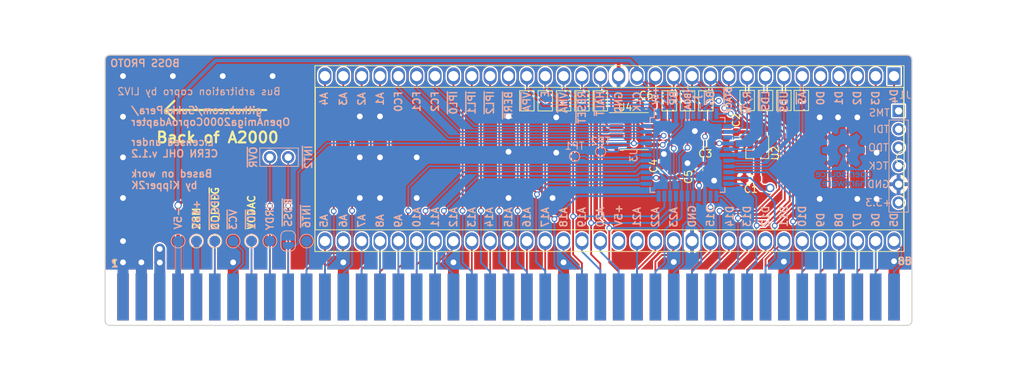
<source format=kicad_pcb>
(kicad_pcb (version 20210126) (generator pcbnew)
  (title_block (title "OpenAmiga2000CoproAdapter") (date "2019-03-21") (rev "3") (company "SukkoPera") (comment 1 "Based on work by Kipper2K") (comment 2 "Licensed under CERN OHL v.1.2"))
  (layers (0 "F.Cu" signal) (1 "In1.Cu" signal) (2 "In2.Cu" signal) (31 "B.Cu" signal) (36 "B.SilkS" user "B.Silkscreen") (37 "F.SilkS" user "F.Silkscreen") (38 "B.Mask" user) (39 "F.Mask" user) (44 "Edge.Cuts" user))
  (net 0 "")
  (net 1 "GND")
  (net 2 "+5V")
  (net 3 "/v7m")
  (net 4 "Net-(CN1-Pad17)")
  (net 5 "Net-(CN1-Pad19)")
  (net 6 "/a5")
  (net 7 "/a6")
  (net 8 "/a4")
  (net 9 "/a3")
  (net 10 "/a2")
  (net 11 "/a7")
  (net 12 "/a1")
  (net 13 "/a8")
  (net 14 "/a_FC0")
  (net 15 "/a9")
  (net 16 "/a_FC1")
  (net 17 "/a10")
  (net 18 "/a_FC2")
  (net 19 "/a11")
  (net 20 "/a12")
  (net 21 "/a13")
  (net 22 "/~ipl0")
  (net 23 "/a14")
  (net 24 "/~ipl1")
  (net 25 "/a15")
  (net 26 "/~ipl2")
  (net 27 "/a16")
  (net 28 "/~berr")
  (net 29 "/a17")
  (net 30 "/~vpa")
  (net 31 "/a_E")
  (net 32 "/~a_vma")
  (net 33 "/a18")
  (net 34 "/~a_rst")
  (net 35 "/a19")
  (net 36 "/~a_hlt")
  (net 37 "/a20")
  (net 38 "/a22")
  (net 39 "/a21")
  (net 40 "/a23")
  (net 41 "/~a_br")
  (net 42 "/~a_bgack")
  (net 43 "/d15")
  (net 44 "/~a_bg")
  (net 45 "/d14")
  (net 46 "/~dtack")
  (net 47 "/d13")
  (net 48 "/a_r_~w")
  (net 49 "/d12")
  (net 50 "/~a_lds")
  (net 51 "/d11")
  (net 52 "/~a_uds")
  (net 53 "/~a_as")
  (net 54 "/d0")
  (net 55 "/d10")
  (net 56 "/d1")
  (net 57 "/d9")
  (net 58 "/d2")
  (net 59 "/d8")
  (net 60 "/d3")
  (net 61 "/d7")
  (net 62 "/d4")
  (net 63 "/d6")
  (net 64 "/d5")
  (net 65 "/~c_as")
  (net 66 "/~c_uds")
  (net 67 "/~c_lds")
  (net 68 "-5V")
  (net 69 "Net-(CN1-Pad9)")
  (net 70 "+12V")
  (net 71 "Net-(CN1-Pad11)")
  (net 72 "Net-(CN1-Pad12)")
  (net 73 "Net-(CN1-Pad14)")
  (net 74 "Net-(CN1-Pad15)")
  (net 75 "Net-(CN1-Pad16)")
  (net 76 "Net-(CN1-Pad18)")
  (net 77 "Net-(CN1-Pad22)")
  (net 78 "/c_r_~w")
  (net 79 "/~c_bg")
  (net 80 "/~c_bgack")
  (net 81 "/~c_br")
  (net 82 "/~c_hlt")
  (net 83 "/~c_rst")
  (net 84 "/~c_vma")
  (net 85 "/c_E")
  (net 86 "/~c_vpa")
  (net 87 "/c_FC2")
  (net 88 "/c_FC1")
  (net 89 "/c_FC0")
  (net 90 "+3V3")
  (net 91 "Net-(TP1-Pad1)")
  (net 92 "Net-(TP2-Pad1)")
  (net 93 "/TDO")
  (net 94 "/TCK")
  (net 95 "/TMS")
  (net 96 "/TDI")
  (net 97 "/~BOSS")
  (footprint "OpenAmiga2000CoproAdapter:A2000_COPRO_SLOT" (layer "F.Cu") (at 113.538 147.828)
    (fp_text reference "CN1" hide)
    (fp_text value "A2000_COPRO_SLOT")
  )
  (footprint "OpenAmiga2000CoproAdapter:DIP-64_W22.86mm_Socket_LongPads" (layer "F.Cu") (at 199.898 112.141 -90)
    (fp_text reference "U1" hide)
    (fp_text value "68000D")
  )
  (footprint "TestPoint:TestPoint_Pad_D1.5mm" (layer "F.Cu") (at 110.998 135.001)
    (fp_text reference "P9" hide)
    (fp_text value "CONN_1")
  )
  (footprint "TestPoint:TestPoint_Pad_D1.5mm" (layer "F.Cu") (at 105.918 135.001)
    (fp_text reference "P8" hide)
    (fp_text value "CONN_1")
  )
  (footprint "TestPoint:TestPoint_Pad_D1.5mm" (layer "F.Cu") (at 103.378 135.001)
    (fp_text reference "P7" hide)
    (fp_text value "CONN_1")
  )
  (footprint "Jumper:SolderJumper-2_P1.3mm_Open_TrianglePad1.0x1.5mm" (layer "F.Cu") (at 159.258 115.57 -90)
    (fp_text reference "JP2" hide)
    (fp_text value "SolderJumper_2_Open" hide)
  )
  (footprint "Jumper:SolderJumper-2_P1.3mm_Open_TrianglePad1.0x1.5mm" (layer "F.Cu") (at 184.658 115.5192 -90)
    (fp_text reference "JP8" hide)
    (fp_text value "SolderJumper_2_Open" hide)
  )
  (footprint "Jumper:SolderJumper-2_P1.3mm_Open_TrianglePad1.0x1.5mm" (layer "F.Cu") (at 171.323 115.57 -90)
    (fp_text reference "JP10" hide)
    (fp_text value "SolderJumper_2_Open" hide)
  )
  (footprint "Jumper:SolderJumper-2_P1.3mm_Open_TrianglePad1.0x1.5mm" (layer "F.Cu") (at 173.863 115.57 -90)
    (fp_text reference "JP5" hide)
    (fp_text value "SolderJumper_2_Open" hide)
  )
  (footprint "Capacitor_SMD:C_0603_1608Metric_Pad1.08x0.95mm_HandSolder" (layer "F.Cu") (at 178.054 120.777 -90)
    (fp_text reference "C2")
    (fp_text value "C")
  )
  (footprint "Capacitor_SMD:C_0603_1608Metric_Pad1.08x0.95mm_HandSolder" (layer "F.Cu") (at 173.7868 121.4628 180)
    (fp_text reference "C3")
    (fp_text value "C")
  )
  (footprint "Package_TO_SOT_SMD:SOT-23_Handsoldering" (layer "F.Cu") (at 180.975 122.809 -90)
    (fp_text reference "U2")
    (fp_text value "AP2210N-3.3")
  )
  (footprint "Capacitor_SMD:C_0603_1608Metric_Pad1.08x0.95mm_HandSolder" (layer "F.Cu") (at 165.608 116.205)
    (fp_text reference "C6")
    (fp_text value "C")
  )
  (footprint "Jumper:SolderJumper-2_P1.3mm_Open_TrianglePad1.0x1.5mm" (layer "F.Cu") (at 154.178 115.57 -90)
    (fp_text reference "JP11" hide)
    (fp_text value "SolderJumper_2_Open" hide)
  )
  (footprint "Capacitor_SMD:C_0603_1608Metric_Pad1.08x0.95mm_HandSolder" (layer "F.Cu") (at 180.086 126.365 180)
    (fp_text reference "C1")
    (fp_text value "C")
  )
  (footprint "Jumper:SolderJumper-2_P1.3mm_Open_TrianglePad1.0x1.5mm" (layer "F.Cu") (at 179.578 115.5192 -90)
    (fp_text reference "JP6" hide)
    (fp_text value "SolderJumper_2_Open" hide)
  )
  (footprint "Jumper:SolderJumper-2_P1.3mm_Open_TrianglePad1.0x1.5mm" (layer "F.Cu") (at 168.783 115.57 -90)
    (fp_text reference "JP4" hide)
    (fp_text value "SolderJumper_2_Open" hide)
  )
  (footprint "Jumper:SolderJumper-2_P1.3mm_Open_TrianglePad1.0x1.5mm" (layer "F.Cu") (at 156.718 115.57 -90)
    (fp_text reference "JP1" hide)
    (fp_text value "SolderJumper_2_Open" hide)
  )
  (footprint "Capacitor_SMD:C_0603_1608Metric_Pad1.08x0.95mm_HandSolder" (layer "F.Cu") (at 172.9232 125.1204 90)
    (fp_text reference "C5")
    (fp_text value "C")
  )
  (footprint "Jumper:SolderJumper-2_P1.3mm_Open_TrianglePad1.0x1.5mm" (layer "F.Cu") (at 182.118 115.5192 -90)
    (fp_text reference "JP7" hide)
    (fp_text value "SolderJumper_2_Open" hide)
  )
  (footprint "Capacitor_SMD:C_0603_1608Metric_Pad1.08x0.95mm_HandSolder" (layer "F.Cu") (at 168.0464 125.3755 90)
    (fp_text reference "C4")
    (fp_text value "C")
  )
  (footprint "Jumper:SolderJumper-2_P1.3mm_Open_TrianglePad1.0x1.5mm" (layer "F.Cu") (at 151.638 115.57 -90)
    (fp_text reference "JP3" hide)
    (fp_text value "SolderJumper_2_Open" hide)
  )
  (footprint "Jumper:SolderJumper-2_P1.3mm_Open_TrianglePad1.0x1.5mm" (layer "F.Cu") (at 187.071 115.5192 -90)
    (fp_text reference "JP9" hide)
    (fp_text value "SolderJumper_2_Open" hide)
  )
  (footprint "Jumper:SolderJumper-2_P1.3mm_Open_TrianglePad1.0x1.5mm" (layer "F.Cu") (at 149.098 115.57 -90)
    (fp_text reference "JP12" hide)
    (fp_text value "SolderJumper_2_Open" hide)
  )
  (footprint "Package_SO:SOIC-8_3.9x4.9mm_P1.27mm" (layer "F.Cu") (at 163.957 119.761)
    (fp_text reference "U4")
    (fp_text value "74CBTD3306")
  )
  (footprint "Symbol:OSHW-Logo_7.5x8mm_Copper" (layer "B.Cu") (at 192.913 123.444 180)
    (fp_text reference "P6" hide)
    (fp_text value "OSHW_LOGO" hide)
  )
  (footprint "TestPoint:TestPoint_Pad_D1.5mm" (layer "B.Cu") (at 105.918 135.001)
    (fp_text reference "P10" hide)
    (fp_text value "CONN_1")
  )
  (footprint "TestPoint:TestPoint_Pad_D1.5mm" (layer "B.Cu") (at 108.458 135.001)
    (fp_text reference "P11" hide)
    (fp_text value "CONN_1")
  )
  (footprint "TestPoint:TestPoint_Pad_D1.5mm" (layer "B.Cu") (at 110.998 135.001)
    (fp_text reference "P12" hide)
    (fp_text value "CONN_1")
  )
  (footprint "TestPoint:TestPoint_Pad_D1.5mm" (layer "B.Cu") (at 118.618 135.001)
    (fp_text reference "P14" hide)
    (fp_text value "CONN_1")
  )
  (footprint "TestPoint:TestPoint_Pad_D1.5mm" (layer "B.Cu") (at 113.538 135.001)
    (fp_text reference "P13" hide)
    (fp_text value "CONN_1")
  )
  (footprint "OpenAmiga2000CoproAdapter:PinHeader_1x02_P2.54mm_Vertical" (layer "B.Cu") (at 116.078 123.3805 90)
    (fp_text reference "P5" hide)
    (fp_text value "CONN_2")
  )
  (footprint "TestPoint:TestPoint_Pad_D1.5mm" (layer "B.Cu") (at 100.843001 134.995999)
    (fp_text reference "P15" hide)
    (fp_text value "CONN_1")
  )
  (footprint "TestPoint:TestPoint_Pad_D1.5mm" (layer "B.Cu") (at 103.393001 134.995999)
    (fp_text reference "P16" hide)
    (fp_text value "CONN_1")
  )
  (footprint "Jumper:SolderJumper-2_P1.3mm_Open_RoundedPad1.0x1.5mm" (layer "B.Cu") (at 116.0653 134.986 90)
    (fp_text reference "P17" hide)
    (fp_text value "CONN_2" hide)
  )
  (footprint "Connector_PinHeader_2.54mm:PinHeader_1x06_P2.54mm_Vertical" (layer "B.Cu") (at 200.533 116.967 180)
    (fp_text reference "J1")
    (fp_text value "Conn_01x06_Male")
  )
  (footprint "TestPoint:TestPoint_Pad_D1.0mm" (layer "B.Cu") (at 155.702 123.2662 180)
    (fp_text reference "TP1")
    (fp_text value "TestPoint")
  )
  (footprint "TestPoint:TestPoint_Pad_D1.0mm" (layer "B.Cu") (at 159.3088 122.6058 180)
    (fp_text reference "TP2")
    (fp_text value "TestPoint")
  )
  (footprint "Package_QFP:TQFP-44_10x10mm_P0.8mm" (layer "B.Cu") (at 171.323 123.063 -90)
    (fp_text reference "U3")
    (fp_text value "XC9572VQ44")
  )
  (gr_line (start 99.06 116.84) (end 100.33 118.11) (layer "F.SilkS") (width 0.3))
  (gr_line (start 113.03 116.84) (end 99.06 116.84) (layer "F.SilkS") (width 0.3))
  (gr_line (start 99.06 116.84) (end 100.33 115.57) (layer "F.SilkS") (width 0.3))
  (gr_arc (start 201.7395 146.05) (end 201.7395 146.685) (angle -90) (layer "Edge.Cuts") (width 0.15))
  (gr_arc (start 201.7395 109.855) (end 202.3745 109.855) (angle -90) (layer "Edge.Cuts") (width 0.15))
  (gr_line (start 91.3765 146.685) (end 201.7395 146.685) (layer "Edge.Cuts") (width 0.15))
  (gr_line (start 202.3745 146.05) (end 202.3745 109.855) (layer "Edge.Cuts") (width 0.15))
  (gr_line (start 90.7415 109.855) (end 90.7415 146.05) (layer "Edge.Cuts") (width 0.15))
  (gr_line (start 201.7395 109.22) (end 91.3765 109.22) (layer "Edge.Cuts") (width 0.15))
  (gr_arc (start 91.3765 146.05) (end 90.7415 146.05) (angle -90) (layer "Edge.Cuts") (width 0.15))
  (gr_arc (start 91.3765 109.855) (end 91.3765 109.22) (angle -90) (layer "Edge.Cuts") (width 0.15))
  (gr_text "A3" (at 123.698 115.316 90) (layer "B.SilkS") (effects (font (size 1 1) (thickness 0.2)) (justify mirror)))
  (gr_text "A2" (at 126.238 115.316 90) (layer "B.SilkS") (effects (font (size 1 1) (thickness 0.2)) (justify mirror)))
  (gr_text "A1" (at 128.778 115.316 90) (layer "B.SilkS") (effects (font (size 1 1) (thickness 0.2)) (justify mirror)))
  (gr_text "FC0" (at 131.318 115.6716 90) (layer "B.SilkS") (effects (font (size 1 1) (thickness 0.2)) (justify mirror)))
  (gr_text "FC1" (at 133.858 115.6716 90) (layer "B.SilkS") (effects (font (size 1 1) (thickness 0.2)) (justify mirror)))
  (gr_text "FC2" (at 136.398 115.6716 90) (layer "B.SilkS") (effects (font (size 1 1) (thickness 0.2)) (justify mirror)))
  (gr_text "~IPL0" (at 138.938 115.824 90) (layer "B.SilkS") (effects (font (size 1 1) (thickness 0.2)) (justify mirror)))
  (gr_text "~IPL1" (at 141.478 115.824 90) (layer "B.SilkS") (effects (font (size 1 1) (thickness 0.2)) (justify mirror)))
  (gr_text "~IPL2" (at 144.018 115.824 90) (layer "B.SilkS") (effects (font (size 1 1) (thickness 0.2)) (justify mirror)))
  (gr_text "~BERR" (at 146.558 116.205 90) (layer "B.SilkS") (effects (font (size 1 1) (thickness 0.2)) (justify mirror)))
  (gr_text "~VPA" (at 149.098 115.697 90) (layer "B.SilkS") (effects (font (size 1 1) (thickness 0.2)) (justify mirror)))
  (gr_text "E" (at 151.6253 114.6556 90) (layer "B.SilkS") (effects (font (size 1 1) (thickness 0.2)) (justify mirror)))
  (gr_text "~VMA" (at 154.178 115.824 90) (layer "B.SilkS") (effects (font (size 1 1) (thickness 0.2)) (justify mirror)))
  (gr_text "~RESET" (at 156.718 116.459 90) (layer "B.SilkS") (effects (font (size 1 1) (thickness 0.2)) (justify mirror)))
  (gr_text "~HALT" (at 159.258 115.951 90) (layer "B.SilkS") (effects (font (size 1 1) (thickness 0.2)) (justify mirror)))
  (gr_text "GND" (at 161.798 115.824 90) (layer "B.SilkS") (effects (font (size 1 1) (thickness 0.2)) (justify mirror)))
  (gr_text "CLK" (at 164.338 115.697 90) (layer "B.SilkS") (effects (font (size 1 1) (thickness 0.2)) (justify mirror)))
  (gr_text "+5V" (at 166.878 114.8588 90) (layer "B.SilkS") (effects (font (size 0.8 0.8) (thickness 0.2)) (justify mirror)))
  (gr_text "~BR" (at 169.418 115.189 90) (layer "B.SilkS") (effects (font (size 1 1) (thickness 0.2)) (justify mirror)))
  (gr_text "~BGA\n" (at 172.0088 115.062 90) (layer "B.SilkS") (effects (font (size 0.8 0.8) (thickness 0.2)) (justify mirror)))
  (gr_text "~BG" (at 174.498 115.189 90) (layer "B.SilkS") (effects (font (size 1 1) (thickness 0.2)) (justify mirror)))
  (gr_text "~DTACK" (at 177.038 115.5192 90) (layer "B.SilkS") (effects (font (size 0.8 0.8) (thickness 0.2)) (justify mirror)))
  (gr_text "R/~W" (at 179.578 115.824 90) (layer "B.SilkS") (effects (font (size 1 1) (thickness 0.2)) (justify mirror)))
  (gr_text "~LDS" (at 182.118 115.57 90) (layer "B.SilkS") (effects (font (size 1 1) (thickness 0.2)) (justify mirror)))
  (gr_text "~UDS" (at 184.658 115.697 90) (layer "B.SilkS") (effects (font (size 1 1) (thickness 0.2)) (justify mirror)))
  (gr_text "~AS" (at 187.198 115.189 90) (layer "B.SilkS") (effects (font (size 1 1) (thickness 0.2)) (justify mirror)))
  (gr_text "D0" (at 189.738 115.189 90) (layer "B.SilkS") (effects (font (size 1 1) (thickness 0.2)) (justify mirror)))
  (gr_text "D1" (at 192.278 115.189 90) (layer "B.SilkS") (effects (font (size 1 1) (thickness 0.2)) (justify mirror)))
  (gr_text "D2" (at 194.818 115.189 90) (layer "B.SilkS") (effects (font (size 1 1) (thickness 0.2)) (justify mirror)))
  (gr_text "D3" (at 197.358 115.189 90) (layer "B.SilkS") (effects (font (size 1 1) (thickness 0.2)) (justify mirror)))
  (gr_text "D4" (at 199.898 114.935 90) (layer "B.SilkS") (effects (font (size 1 1) (thickness 0.2)) (justify mirror)))
  (gr_text "D13" (at 179.578 131.572 90) (layer "B.SilkS") (effects (font (size 1 1) (thickness 0.2)) (justify mirror)))
  (gr_text "D7" (at 194.818 132.08 90) (layer "B.SilkS") (effects (font (size 1 1) (thickness 0.2)) (justify mirror)))
  (gr_text "D5" (at 199.898 132.08 90) (layer "B.SilkS") (effects (font (size 1 1) (thickness 0.2)) (justify mirror)))
  (gr_text "D9" (at 189.738 132.08 90) (layer "B.SilkS") (effects (font (size 1 1) (thickness 0.2)) (justify mirror)))
  (gr_text "A23" (at 169.418 131.699 90) (layer "B.SilkS") (effects (font (size 1 1) (thickness 0.2)) (justify mirror)))
  (gr_text "D14" (at 177.165 131.572 90) (layer "B.SilkS") (effects (font (size 1 1) (thickness 0.2)) (justify mirror)))
  (gr_text "A22" (at 166.878 131.699 90) (layer "B.SilkS") (effects (font (size 1 1) (thickness 0.2)) (justify mirror)))
  (gr_text "A14" (at 143.891 131.699 90) (layer "B.SilkS") (effects (font (size 1 1) (thickness 0.2)) (justify mirror)))
  (gr_text "GND" (at 171.958 131.572 90) (layer "B.SilkS") (effects (font (size 1 1) (thickness 0.2)) (justify mirror)))
  (gr_text "A17" (at 151.638 131.699 90) (layer "B.SilkS") (effects (font (size 1 1) (thickness 0.2)) (justify mirror)))
  (gr_text "A15" (at 146.558 131.699 90) (layer "B.SilkS") (effects (font (size 1 1) (thickness 0.2)) (justify mirror)))
  (gr_text "D12" (at 182.118 131.572 90) (layer "B.SilkS") (effects (font (size 1 1) (thickness 0.2)) (justify mirror)))
  (gr_text "D8" (at 192.278 132.08 90) (layer "B.SilkS") (effects (font (size 1 1) (thickness 0.2)) (justify mirror)))
  (gr_text "D6" (at 197.358 132.08 90) (layer "B.SilkS") (effects (font (size 1 1) (thickness 0.2)) (justify mirror)))
  (gr_text "A18" (at 154.178 131.699 90) (layer "B.SilkS") (effects (font (size 1 1) (thickness 0.2)) (justify mirror)))
  (gr_text "A19" (at 156.718 131.699 90) (layer "B.SilkS") (effects (font (size 1 1) (thickness 0.2)) (justify mirror)))
  (gr_text "D15" (at 174.498 131.572 90) (layer "B.SilkS") (effects (font (size 1 1) (thickness 0.2)) (justify mirror)))
  (gr_text "A5" (at 121.031 132.207 90) (layer "B.SilkS") (effects (font (size 1 1) (thickness 0.2)) (justify mirror)))
  (gr_text "A8" (at 128.778 132.207 90) (layer "B.SilkS") (effects (font (size 1 1) (thickness 0.2)) (justify mirror)))
  (gr_text "A6" (at 123.698 132.207 90) (layer "B.SilkS") (effects (font (size 1 1) (thickness 0.2)) (justify mirror)))
  (gr_text "A7" (at 126.238 132.207 90) (layer "B.SilkS") (effects (font (size 1 1) (thickness 0.2)) (justify mirror)))
  (gr_text "D10" (at 187.198 131.572 90) (layer "B.SilkS") (effects (font (size 1 1) (thickness 0.2)) (justify mirror)))
  (gr_text "A21" (at 164.338 131.699 90) (layer "B.SilkS") (effects (font (size 1 1) (thickness 0.2)) (justify mirror)))
  (gr_text "A13" (at 141.478 131.699 90) (layer "B.SilkS") (effects (font (size 1 1) (thickness 0.2)) (justify mirror)))
  (gr_text "+5V" (at 161.798 131.445 90) (layer "B.SilkS") (effects (font (size 1 1) (thickness 0.2)) (justify mirror)))
  (gr_text "D11" (at 184.658 131.572 90) (layer "B.SilkS") (effects (font (size 1 1) (thickness 0.2)) (justify mirror)))
  (gr_text "A16" (at 149.098 131.699 90) (layer "B.SilkS") (effects (font (size 1 1) (thickness 0.2)) (justify mirror)))
  (gr_text "A20" (at 159.258 131.699 90) (layer "B.SilkS") (effects (font (size 1 1) (thickness 0.2)) (justify mirror)))
  (gr_text "A12" (at 138.938 131.699 90) (layer "B.SilkS") (effects (font (size 1 1) (thickness 0.2)) (justify mirror)))
  (gr_text "A11" (at 136.398 131.699 90) (layer "B.SilkS") (effects (font (size 1 1) (thickness 0.2)) (justify mirror)))
  (gr_text "A10" (at 133.858 131.699 90) (layer "B.SilkS") (effects (font (size 1 1) (thickness 0.2)) (justify mirror)))
  (gr_text "A9" (at 131.318 132.207 90) (layer "B.SilkS") (effects (font (size 1 1) (thickness 0.2)) (justify mirror)))
  (gr_text "~INT6" (at 118.618 131.572 90) (layer "B.SilkS") (effects (font (size 1 1) (thickness 0.2)) (justify mirror)))
  (gr_text "XRDY" (at 113.538 131.572 90) (layer "B.SilkS") (effects (font (size 1 1) (thickness 0.2)) (justify mirror)))
  (gr_text "~VC1" (at 110.998 132.0165 90) (layer "B.SilkS") (effects (font (size 1 1) (thickness 0.2)) (justify mirror)))
  (gr_text "~VC3" (at 108.458 132.0165 90) (layer "B.SilkS") (effects (font (size 1 1) (thickness 0.2)) (justify mirror)))
  (gr_text "~CFG_IN" (at 105.9815 130.937 90) (layer "B.SilkS") (effects (font (size 1 1) (thickness 0.2)) (justify mirror)))
  (gr_text "+12V" (at 103.378 131.318 90) (layer "B.SilkS") (effects (font (size 1 1) (thickness 0.2)) (justify mirror)))
  (gr_text "-5V" (at 100.838 131.826 90) (layer "B.SilkS") (effects (font (size 1 1) (thickness 0.2)) (justify mirror)))
  (gr_text "~BOSS" (at 116.078 131.0386 90) (layer "B.SilkS") (effects (font (size 1 1) (thickness 0.2)) (justify mirror)))
  (gr_text "TCK" (at 197.739 124.587) (layer "B.SilkS") (effects (font (size 1 1)) (justify mirror)))
  (gr_text "BOSS PROTO" (at 96.266 110.363) (layer "B.SilkS") (effects (font (size 1 1) (thickness 0.2)) (justify mirror)))
  (gr_text "TMS" (at 197.866 117.221) (layer "B.SilkS") (effects (font (size 1 1)) (justify mirror)))
  (gr_text "Licensed under\nCERN OHL v.1.2" (at 94.234 122.0851) (layer "B.SilkS") (effects (font (size 1 1) (thickness 0.2)) (justify right mirror)))
  (gr_text "github.com/SukkoPera/\nOpenAmiga2000CoproAdapter" (at 94.234 117.7036) (layer "B.SilkS") (effects (font (size 1 1) (thickness 0.2)) (justify right mirror)))
  (gr_text "GND\n" (at 197.739 127.127) (layer "B.SilkS") (effects (font (size 1 1)) (justify mirror)))
  (gr_text "Based on work\nby Kipper2K" (at 94.234 126.4666) (layer "B.SilkS") (effects (font (size 1 1) (thickness 0.2)) (justify right mirror)))
  (gr_text "TDI" (at 198.12 119.507) (layer "B.SilkS") (effects (font (size 1 1)) (justify mirror)))
  (gr_text "A4" (at 121.031 115.316 90) (layer "B.SilkS") (effects (font (size 1 1) (thickness 0.2)) (justify mirror)))
  (gr_text "~INT2" (at 118.872 123.3805 90) (layer "B.SilkS") (effects (font (size 1 1) (thickness 0.2)) (justify mirror)))
  (gr_text "+3.3" (at 197.739 129.667) (layer "B.SilkS") (effects (font (size 1 1)) (justify mirror)))
  (gr_text "TDO\n" (at 197.739 122.047) (layer "B.SilkS") (effects (font (size 1 1)) (justify mirror)))
  (gr_text "Bus arbitration copro by LIV2" (at 103.7336 114.2746) (layer "B.SilkS") (effects (font (size 1 1)) (justify mirror)))
  (gr_text "~OVR" (at 111.252 123.3805 90) (layer "B.SilkS") (effects (font (size 1 1) (thickness 0.2)) (justify mirror)))
  (gr_text "28M" (at 103.378 131.8895 90) (layer "F.SilkS") (effects (font (size 1 1) (thickness 0.2))))
  (gr_text "~COPCFG" (at 105.9815 130.4925 90) (layer "F.SilkS") (effects (font (size 1 1) (thickness 0.2))))
  (gr_text "VCDAC" (at 110.998 131.0005 90) (layer "F.SilkS") (effects (font (size 1 1) (thickness 0.2))))
  (gr_text "Back of A2000" (at 106.299 120.65) (layer "F.SilkS") (effects (font (size 1.5 1.5) (thickness 0.3))))
  (segment (start 108.458 142.748) (end 108.458 137.9474) (width 1.5) (layer "F.Cu") (net 1))
  (segment (start 138.938 142.748) (end 138.938 137.9474) (width 1.5) (layer "F.Cu") (net 1))
  (segment (start 169.418 142.748) (end 169.418 137.8966) (width 1.5) (layer "F.Cu") (net 1))
  (segment (start 93.218 137.9474) (end 93.218 142.748) (width 1.5) (layer "F.Cu") (net 1))
  (segment (start 184.658 142.748) (end 184.658 137.8458) (width 1.5) (layer "F.Cu") (net 1))
  (segment (start 95.758 137.9474) (end 95.758 142.748) (width 1.5) (layer "F.Cu") (net 1))
  (segment (start 199.898 142.748) (end 199.898 137.795) (width 1.5) (layer "F.Cu") (net 1))
  (segment (start 154.178 142.748) (end 154.178 137.9474) (width 1.5) (layer "F.Cu") (net 1))
  (segment (start 123.698 142.748) (end 123.698 137.9474) (width 1.5) (layer "F.Cu") (net 1))
  (via (at 93.218 117.771333) (size 1.2) (drill 0.8) (layers "F.Cu" "B.Cu") (net 1))
  (via (at 93.218 129.032) (size 1.2) (drill 0.8) (layers "F.Cu" "B.Cu") (net 1))
  (via (at 93.218 123.401666) (size 1.2) (drill 0.8) (layers "F.Cu" "B.Cu") (net 1))
  (via (at 152.654 129.032) (size 1.2) (drill 0.8) (layers "F.Cu" "B.Cu") (net 1))
  (via (at 146.558 129.032) (size 1.2) (drill 0.8) (layers "F.Cu" "B.Cu") (net 1))
  (via (at 133.858 129.032) (size 1.2) (drill 0.8) (layers "F.Cu" "B.Cu") (net 1))
  (via (at 128.778 129.032) (size 1.2) (drill 0.8) (layers "F.Cu" "B.Cu") (net 1))
  (via (at 125.984 129.032) (size 1.2) (drill 0.8) (layers "F.Cu" "B.Cu") (net 1))
  (via (at 113.919 112.141) (size 1.2) (drill 0.8) (layers "F.Cu" "B.Cu") (net 1))
  (via (at 107.018666 112.141) (size 1.2) (drill 0.8) (layers "F.Cu" "B.Cu") (net 1))
  (via (at 100.118333 112.141) (size 1.2) (drill 0.8) (layers "F.Cu" "B.Cu") (net 1))
  (via (at 93.218 112.141) (size 1.2) (drill 0.8) (layers "F.Cu" "B.Cu") (net 1))
  (via (at 153.162 122.7582) (size 1.2) (drill 0.8) (layers "F.Cu" "B.Cu") (net 1))
  (via (at 125.984 123.401666) (size 1.2) (drill 0.8) (layers "F.Cu" "B.Cu") (net 1))
  (via (at 133.858 123.401666) (size 1.2) (drill 0.8) (layers "F.Cu" "B.Cu") (net 1))
  (via (at 146.558 122.6312) (size 1.2) (drill 0.8) (layers "F.Cu" "B.Cu") (net 1))
  (via (at 128.778 123.401666) (size 1.2) (drill 0.8) (layers "F.Cu" "B.Cu") (net 1))
  (via (at 153.162 117.856) (size 1.2) (drill 0.8) (layers "F.Cu" "B.Cu") (net 1))
  (via (at 125.984 117.729) (size 1.2) (drill 0.8) (layers "F.Cu" "B.Cu") (net 1))
  (via (at 146.558 117.729) (size 1.2) (drill 0.8) (layers "F.Cu" "B.Cu") (net 1))
  (via (at 128.778 117.729) (size 1.2) (drill 0.8) (layers "F.Cu" "B.Cu") (net 1))
  (via (at 93.218 135.001) (size 1.2) (drill 0.8) (layers "F.Cu" "B.Cu") (net 1))
  (via (at 138.938 137.9474) (size 1.2) (drill 0.8) (layers "F.Cu" "B.Cu") (net 1))
  (via (at 194.818 117.856) (size 1.2) (drill 0.8) (layers "F.Cu" "B.Cu") (net 1))
  (via (at 123.698 137.9474) (size 1.2) (drill 0.8) (layers "F.Cu" "B.Cu") (net 1))
  (via (at 108.458 137.9474) (size 1.2) (drill 0.8) (layers "F.Cu" "B.Cu") (net 1))
  (via (at 93.218 137.9474) (size 1.2) (drill 0.8) (layers "F.Cu" "B.Cu") (net 1))
  (via (at 189.611 129.159) (size 1.2) (drill 0.8) (layers "F.Cu" "B.Cu") (net 1))
  (via (at 175.006 126.619) (size 1.2) (drill 0.8) (layers "F.Cu" "B.Cu") (net 1))
  (via (at 197.485 129.159) (size 1.2) (drill 0.8) (layers "F.Cu" "B.Cu") (net 1))
  (via (at 171.323 124.206) (size 1.2) (drill 0.8) (layers "F.Cu" "B.Cu") (net 1))
  (via (at 189.611 117.856) (size 1.2) (drill 0.8) (layers "F.Cu" "B.Cu") (net 1))
  (via (at 95.758 137.9474) (size 1.2) (drill 0.8) (layers "F.Cu" "B.Cu") (net 1))
  (via (at 184.658 137.8458) (size 1.2) (drill 0.8) (layers "F.Cu" "B.Cu") (net 1))
  (via (at 192.151 117.856) (size 1.2) (drill 0.8) (layers "F.Cu" "B.Cu") (net 1))
  (via (at 168.05701 122.939816) (size 1.2) (drill 0.8) (layers "F.Cu" "B.Cu") (net 1))
  (via (at 154.178 137.9474) (size 1.2) (drill 0.8) (layers "F.Cu" "B.Cu") (net 1))
  (via (at 172.339 119.761) (size 1.2) (drill 0.8) (layers "F.Cu" "B.Cu") (net 1))
  (via (at 197.485 122.7582) (size 1.2) (drill 0.8) (layers "F.Cu" "B.Cu") (net 1))
  (via (at 199.898 137.795) (size 1.2) (drill 0.8) (layers "F.Cu" "B.Cu") (net 1))
  (via (at 194.818 129.159) (size 1.2) (drill 0.8) (layers "F.Cu" "B.Cu") (net 1))
  (via (at 169.418 137.8966) (size 1.2) (drill 0.8) (layers "F.Cu" "B.Cu") (net 1))
  (segment (start 93.218 142.748) (end 93.218 137.9474) (width 1.5) (layer "B.Cu") (net 1))
  (segment (start 95.758 142.748) (end 95.758 137.9474) (width 1.5) (layer "B.Cu") (net 1))
  (segment (start 98.3107 137.9728) (end 98.3107 136.1059) (width 1.5) (layer "F.Cu") (net 2))
  (segment (start 166.432 117.856) (end 166.432 112.587) (width 0.8) (layer "F.Cu") (net 2))
  (segment (start 98.298 137.9601) (end 98.3107 137.9728) (width 0.8) (layer "F.Cu") (net 2))
  (segment (start 98.3107 142.7353) (end 98.298 142.748) (width 0.8) (layer "F.Cu") (net 2))
  (segment (start 98.3107 136.1059) (end 98.298 136.0932) (width 0.8) (layer "F.Cu") (net 2))
  (segment (start 180.975 124.309) (end 180.975 127) (width 0.8) (layer "F.Cu") (net 2))
  (segment (start 98.3107 137.9728) (end 98.3107 142.7353) (width 1.5) (layer "F.Cu") (net 2))
  (segment (start 181.61 127.635) (end 182.753 127.635) (width 0.8) (layer "F.Cu") (net 2))
  (segment (start 180.975 127) (end 181.61 127.635) (width 0.8) (layer "F.Cu") (net 2))
  (segment (start 166.432 112.587) (end 166.878 112.141) (width 0.8) (layer "F.Cu") (net 2))
  (via (at 98.298 136.0932) (size 1.2) (drill 0.8) (layers "F.Cu" "B.Cu") (net 2))
  (via (at 182.753 127.635) (size 1.2) (drill 0.8) (layers "F.Cu" "B.Cu") (net 2))
  (via (at 98.3107 137.9728) (size 1.2) (drill 0.8) (layers "F.Cu" "B.Cu") (net 2))
  (segment (start 98.298 136.0932) (end 98.298 137.9601) (width 1.5) (layer "B.Cu") (net 2))
  (segment (start 98.3107 142.748) (end 98.3107 137.9855) (width 1.5) (layer "B.Cu") (net 2))
  (segment (start 98.298 137.9601) (end 98.3107 137.9728) (width 1.5) (layer "B.Cu") (net 2))
  (segment (start 98.298 137.9855) (end 98.3107 137.9728) (width 0.8) (layer "B.Cu") (net 2))
  (segment (start 100.838 130.048) (end 101.219 129.667) (width 0.5) (layer "F.Cu") (net 3))
  (segment (start 100.838 142.748) (end 100.838 130.048) (width 0.5) (layer "F.Cu") (net 3))
  (via (at 100.838 130.048) (size 1) (drill 0.7) (layers "F.Cu" "B.Cu") (net 3))
  (segment (start 164.338 110.998) (end 163.322 109.982) (width 0.5) (layer "B.Cu") (net 3))
  (segment (start 172.123 117.363) (end 172.123 115.962188) (width 0.25) (layer "B.Cu") (net 3))
  (segment (start 106.045 109.982) (end 104.394 111.633) (width 0.5) (layer "B.Cu") (net 3))
  (segment (start 163.322 109.982) (end 106.045 109.982) (width 0.5) (layer "B.Cu") (net 3))
  (segment (start 100.838 115.189) (end 100.838 130.048) (width 0.5) (layer "B.Cu") (net 3))
  (segment (start 104.394 111.633) (end 100.838 115.189) (width 0.5) (layer "B.Cu") (net 3))
  (segment (start 164.338 112.141) (end 164.338 110.998) (width 0.5) (layer "B.Cu") (net 3))
  (segment (start 166.010567 113.813567) (end 164.338 112.141) (width 0.25) (layer "B.Cu") (net 3))
  (segment (start 169.974379 113.813567) (end 166.010567 113.813567) (width 0.25) (layer "B.Cu") (net 3))
  (segment (start 172.123 115.962188) (end 169.974379 113.813567) (width 0.25) (layer "B.Cu") (net 3))
  (segment (start 113.538 132.0165) (end 113.538 130.1115) (width 0.25) (layer "F.Cu") (net 4))
  (segment (start 113.538 142.748) (end 113.538 132.0165) (width 0.25) (layer "F.Cu") (net 4))
  (via (at 113.538 130.1115) (size 0.8) (drill 0.5) (layers "F.Cu" "B.Cu") (net 4))
  (segment (start 113.538 130.1115) (end 113.538 123.3805) (width 0.25) (layer "B.Cu") (net 4))
  (segment (start 116.078 142.748) (end 116.078 132.0165) (width 0.25) (layer "F.Cu") (net 5))
  (segment (start 116.078 132.0165) (end 116.078 130.1115) (width 0.25) (layer "F.Cu") (net 5))
  (via (at 116.078 130.1115) (size 0.8) (drill 0.5) (layers "F.Cu" "B.Cu") (net 5))
  (segment (start 116.078 123.3805) (end 116.078 130.1115) (width 0.25) (layer "B.Cu") (net 5))
  (segment (start 118.618 139.248) (end 118.618 142.748) (width 0.25) (layer "F.Cu") (net 6))
  (segment (start 118.618 138.991) (end 118.618 139.248) (width 0.25) (layer "F.Cu") (net 6))
  (segment (start 121.158 136.451) (end 118.618 138.991) (width 0.25) (layer "F.Cu") (net 6))
  (segment (start 121.158 135.001) (end 121.158 136.451) (width 0.25) (layer "F.Cu") (net 6))
  (segment (start 121.158 138.7602) (end 121.158 142.748) (width 0.25) (layer "F.Cu") (net 7))
  (segment (start 123.698 135.001) (end 123.698 136.2202) (width 0.25) (layer "F.Cu") (net 7))
  (segment (start 123.698 136.2202) (end 123.3424 136.5758) (width 0.25) (layer "F.Cu") (net 7))
  (segment (start 121.158 137.6426) (end 121.158 138.7602) (width 0.25) (layer "F.Cu") (net 7))
  (segment (start 123.3424 136.5758) (end 123.2408 136.6774) (width 0.25) (layer "F.Cu") (net 7))
  (segment (start 122.1232 136.6774) (end 121.158 137.6426) (width 0.25) (layer "F.Cu") (net 7))
  (segment (start 123.2408 136.6774) (end 122.1232 136.6774) (width 0.25) (layer "F.Cu") (net 7))
  (segment (start 122.3772 130.8608) (end 122.3772 115.2144) (width 0.25) (layer "F.Cu") (net 8))
  (segment (start 121.158 113.9952) (end 121.158 112.141) (width 0.25) (layer "F.Cu") (net 8))
  (segment (start 122.3772 115.2144) (end 121.158 113.9952) (width 0.25) (layer "F.Cu") (net 8))
  (via (at 122.3772 130.8608) (size 0.8) (drill 0.5) (layers "F.Cu" "B.Cu") (net 8))
  (segment (start 122.38302 130.86662) (end 122.3772 130.8608) (width 0.25) (layer "B.Cu") (net 8))
  (segment (start 121.158 142.748) (end 121.158 138.5316) (width 0.25) (layer "B.Cu") (net 8))
  (segment (start 122.38302 137.30658) (end 122.38302 130.86662) (width 0.25) (layer "B.Cu") (net 8))
  (segment (start 121.158 138.5316) (end 122.38302 137.30658) (width 0.25) (layer "B.Cu") (net 8))
  (segment (start 124.9172 130.81) (end 124.9172 114.9604) (width 0.25) (layer "F.Cu") (net 9))
  (segment (start 123.698 113.7412) (end 123.698 112.141) (width 0.25) (layer "F.Cu") (net 9))
  (segment (start 124.9172 114.9604) (end 123.698 113.7412) (width 0.25) (layer "F.Cu") (net 9))
  (via (at 124.9172 130.81) (size 0.8) (drill 0.5) (layers "F.Cu" "B.Cu") (net 9))
  (segment (start 124.92302 138.29718) (end 124.92302 130.81582) (width 0.25) (layer "B.Cu") (net 9))
  (segment (start 123.698 139.5222) (end 124.92302 138.29718) (width 0.25) (layer "B.Cu") (net 9))
  (segment (start 123.698 142.748) (end 123.698 139.5222) (width 0.25) (layer "B.Cu") (net 9))
  (segment (start 124.92302 130.81582) (end 124.9172 130.81) (width 0.25) (layer "B.Cu") (net 9))
  (segment (start 126.238 112.141) (end 126.238 113.591) (width 0.25) (layer "F.Cu") (net 10))
  (segment (start 126.238 113.591) (end 127.508 114.861) (width 0.25) (layer "F.Cu") (net 10))
  (segment (start 127.508 137.668) (end 126.238 138.938) (width 0.25) (layer "F.Cu") (net 10))
  (segment (start 126.238 138.938) (end 126.238 142.748) (width 0.25) (layer "F.Cu") (net 10))
  (segment (start 127.508 114.861) (end 127.508 137.668) (width 0.25) (layer "F.Cu") (net 10))
  (segment (start 126.238 142.748) (end 126.238 139.248) (width 0.25) (layer "B.Cu") (net 11))
  (segment (start 126.238 139.248) (end 126.238 135.001) (width 0.25) (layer "B.Cu") (net 11))
  (segment (start 128.778 113.591) (end 130.048 114.861) (width 0.25) (layer "F.Cu") (net 12))
  (segment (start 128.778 139.248) (end 128.778 142.748) (width 0.25) (layer "F.Cu") (net 12))
  (segment (start 130.048 137.978) (end 128.778 139.248) (width 0.25) (layer "F.Cu") (net 12))
  (segment (start 130.048 114.861) (end 130.048 137.978) (width 0.25) (layer "F.Cu") (net 12))
  (segment (start 128.778 112.141) (end 128.778 113.591) (width 0.25) (layer "F.Cu") (net 12))
  (segment (start 128.778 142.748) (end 128.778 135.001) (width 0.25) (layer "B.Cu") (net 13))
  (segment (start 131.318 138.7348) (end 132.5372 137.5156) (width 0.25) (layer "F.Cu") (net 14))
  (segment (start 132.63298 137.41982) (end 132.63298 130.81) (width 0.25) (layer "F.Cu") (net 14))
  (segment (start 132.5372 137.5156) (end 132.63298 137.41982) (width 0.25) (layer "F.Cu") (net 14))
  (segment (start 131.318 142.748) (end 131.318 138.7348) (width 0.25) (layer "F.Cu") (net 14))
  (segment (start 132.63298 130.81) (end 132.6896 130.81) (width 0.25) (layer "F.Cu") (net 14))
  (via (at 132.6896 130.81) (size 0.8) (drill 0.5) (layers "F.Cu" "B.Cu") (net 14))
  (segment (start 164.03818 124.6378) (end 164.81298 123.863) (width 0.25) (layer "B.Cu") (net 14))
  (segment (start 132.6896 130.81) (end 132.6896 127.508) (width 0.25) (layer "B.Cu") (net 14))
  (segment (start 164.81298 123.863) (end 165.623 123.863) (width 0.25) (layer "B.Cu") (net 14))
  (segment (start 135.5598 124.6378) (end 164.03818 124.6378) (width 0.25) (layer "B.Cu") (net 14))
  (segment (start 132.6896 127.508) (end 135.5598 124.6378) (width 0.25) (layer "B.Cu") (net 14))
  (segment (start 131.318 142.748) (end 131.318 135.001) (width 0.25) (layer "B.Cu") (net 15))
  (segment (start 135.0264 137.1092) (end 135.08302 137.05258) (width 0.25) (layer "F.Cu") (net 16))
  (segment (start 133.858 138.2776) (end 135.0264 137.1092) (width 0.25) (layer "F.Cu") (net 16))
  (segment (start 135.08302 137.05258) (end 135.08302 130.81582) (width 0.25) (layer "F.Cu") (net 16))
  (segment (start 135.08302 130.81582) (end 135.0772 130.81) (width 0.25) (layer "F.Cu") (net 16))
  (segment (start 133.858 142.748) (end 133.858 138.2776) (width 0.25) (layer "F.Cu") (net 16))
  (via (at 135.0772 130.81) (size 0.8) (drill 0.5) (layers "F.Cu" "B.Cu") (net 16))
  (segment (start 164.07618 125.3998) (end 164.81298 124.663) (width 0.25) (layer "B.Cu") (net 16))
  (segment (start 135.0772 130.81) (end 140.4874 125.3998) (width 0.25) (layer "B.Cu") (net 16))
  (segment (start 164.81298 124.663) (end 165.623 124.663) (width 0.25) (layer "B.Cu") (net 16))
  (segment (start 140.4874 125.3998) (end 164.07618 125.3998) (width 0.25) (layer "B.Cu") (net 16))
  (segment (start 133.858 142.748) (end 133.858 135.001) (width 0.25) (layer "B.Cu") (net 17))
  (segment (start 137.668 130.8608) (end 137.6172 130.81) (width 0.25) (layer "F.Cu") (net 18))
  (segment (start 136.398 142.748) (end 136.398 138.3284) (width 0.25) (layer "F.Cu") (net 18))
  (segment (start 136.398 138.3284) (end 137.668 137.0584) (width 0.25) (layer "F.Cu") (net 18))
  (segment (start 137.668 137.0584) (end 137.668 130.8608) (width 0.25) (layer "F.Cu") (net 18))
  (via (at 137.6172 130.81) (size 0.8) (drill 0.5) (layers "F.Cu" "B.Cu") (net 18))
  (segment (start 164.81298 125.463) (end 165.623 125.463) (width 0.25) (layer "B.Cu") (net 18))
  (segment (start 142.4686 125.9586) (end 164.31738 125.9586) (width 0.25) (layer "B.Cu") (net 18))
  (segment (start 164.31738 125.9586) (end 164.81298 125.463) (width 0.25) (layer "B.Cu") (net 18))
  (segment (start 137.6172 130.81) (end 142.4686 125.9586) (width 0.25) (layer "B.Cu") (net 18))
  (segment (start 136.398 142.748) (end 136.398 135.001) (width 0.25) (layer "B.Cu") (net 19))
  (segment (start 137.4648 137.4902) (end 138.938 136.017) (width 0.25) (layer "B.Cu") (net 20))
  (segment (start 138.938 139.6238) (end 137.4648 138.1506) (width 0.25) (layer "B.Cu") (net 20))
  (segment (start 137.4648 138.1506) (end 137.4648 137.4902) (width 0.25) (layer "B.Cu") (net 20))
  (segment (start 138.938 136.017) (end 138.938 135.001) (width 0.25) (layer "B.Cu") (net 20))
  (segment (start 138.938 142.748) (end 138.938 139.6238) (width 0.25) (layer "B.Cu") (net 20))
  (segment (start 141.478 142.748) (end 141.478 135.001) (width 0.25) (layer "F.Cu") (net 21))
  (segment (start 140.208 115.062) (end 140.208 130.81) (width 0.25) (layer "F.Cu") (net 22))
  (segment (start 140.208 114.861) (end 140.208 115.062) (width 0.25) (layer "F.Cu") (net 22))
  (segment (start 138.938 112.141) (end 138.938 113.591) (width 0.25) (layer "F.Cu") (net 22))
  (segment (start 138.938 113.591) (end 140.208 114.861) (width 0.25) (layer "F.Cu") (net 22))
  (via (at 140.208 130.81) (size 0.8) (drill 0.5) (layers "F.Cu" "B.Cu") (net 22))
  (segment (start 140.208 131.375685) (end 140.208 130.81) (width 0.25) (layer "B.Cu") (net 22))
  (segment (start 141.478 142.748) (end 141.478 139.248) (width 0.25) (layer "B.Cu") (net 22))
  (segment (start 141.478 139.248) (end 140.208 137.978) (width 0.25) (layer "B.Cu") (net 22))
  (segment (start 140.208 137.978) (end 140.208 131.375685) (width 0.25) (layer "B.Cu") (net 22))
  (segment (start 144.018 139.248) (end 144.018 135.001) (width 0.25) (layer "F.Cu") (net 23))
  (segment (start 144.018 142.748) (end 144.018 139.248) (width 0.25) (layer "F.Cu") (net 23))
  (segment (start 142.748 114.861) (end 142.748 130.81) (width 0.25) (layer "F.Cu") (net 24))
  (segment (start 141.478 112.141) (end 141.478 113.591) (width 0.25) (layer "F.Cu") (net 24))
  (segment (start 141.478 113.591) (end 142.748 114.861) (width 0.25) (layer "F.Cu") (net 24))
  (via (at 142.748 130.81) (size 0.8) (drill 0.5) (layers "F.Cu" "B.Cu") (net 24))
  (segment (start 142.748 131.375685) (end 142.748 130.81) (width 0.25) (layer "B.Cu") (net 24))
  (segment (start 142.748 137.978) (end 142.748 131.375685) (width 0.25) (layer "B.Cu") (net 24))
  (segment (start 144.018 142.748) (end 144.018 139.248) (width 0.25) (layer "B.Cu") (net 24))
  (segment (start 144.018 139.248) (end 142.748 137.978) (width 0.25) (layer "B.Cu") (net 24))
  (segment (start 146.558 139.248) (end 146.558 135.001) (width 0.25) (layer "F.Cu") (net 25))
  (segment (start 146.558 142.748) (end 146.558 139.248) (width 0.25) (layer "F.Cu") (net 25))
  (segment (start 144.018 113.591) (end 144.018 112.141) (width 0.25) (layer "F.Cu") (net 26))
  (segment (start 145.288 130.81) (end 145.288 114.861) (width 0.25) (layer "F.Cu") (net 26))
  (segment (start 145.288 114.861) (end 144.018 113.591) (width 0.25) (layer "F.Cu") (net 26))
  (via (at 145.288 130.81) (size 0.8) (drill 0.5) (layers "F.Cu" "B.Cu") (net 26))
  (segment (start 145.288 131.375685) (end 145.288 130.81) (width 0.25) (layer "B.Cu") (net 26))
  (segment (start 146.558 139.248) (end 145.288 137.978) (width 0.25) (layer "B.Cu") (net 26))
  (segment (start 146.558 142.748) (end 146.558 139.248) (width 0.25) (layer "B.Cu") (net 26))
  (segment (start 145.288 137.978) (end 145.288 131.375685) (width 0.25) (layer "B.Cu") (net 26))
  (segment (start 149.098 139.248) (end 149.098 135.001) (width 0.25) (layer "F.Cu") (net 27))
  (segment (start 149.098 142.748) (end 149.098 139.248) (width 0.25) (layer "F.Cu") (net 27))
  (segment (start 146.558 115.951) (end 147.828 117.221) (width 0.25) (layer "F.Cu") (net 28))
  (segment (start 146.558 112.141) (end 146.558 115.951) (width 0.25) (layer "F.Cu") (net 28))
  (segment (start 147.828 117.221) (end 147.828 130.81) (width 0.25) (layer "F.Cu") (net 28))
  (via (at 147.828 130.81) (size 0.8) (drill 0.5) (layers "F.Cu" "B.Cu") (net 28))
  (segment (start 147.828 137.978) (end 147.828 131.375685) (width 0.25) (layer "B.Cu") (net 28))
  (segment (start 147.828 131.375685) (end 147.828 130.81) (width 0.25) (layer "B.Cu") (net 28))
  (segment (start 149.098 142.748) (end 149.098 139.248) (width 0.25) (layer "B.Cu") (net 28))
  (segment (start 149.098 139.248) (end 147.828 137.978) (width 0.25) (layer "B.Cu") (net 28))
  (segment (start 151.638 142.748) (end 151.638 135.001) (width 0.25) (layer "F.Cu") (net 29))
  (segment (start 149.098 127) (end 149.352 127.254) (width 0.25) (layer "F.Cu") (net 30))
  (segment (start 150.495 128.397) (end 150.495 128.524) (width 0.25) (layer "F.Cu") (net 30))
  (segment (start 149.352 127.254) (end 150.495 128.397) (width 0.25) (layer "F.Cu") (net 30))
  (segment (start 149.098 116.295) (end 149.098 127) (width 0.25) (layer "F.Cu") (net 30))
  (via (at 150.495 128.524) (size 0.8) (drill 0.5) (layers "F.Cu" "B.Cu") (net 30))
  (segment (start 150.368 128.6256) (end 151.9306 127.063) (width 0.25) (layer "B.Cu") (net 30))
  (segment (start 151.9306 127.063) (end 165.623 127.063) (width 0.25) (layer "B.Cu") (net 30))
  (segment (start 150.368 137.8712) (end 150.368 128.6256) (width 0.25) (layer "B.Cu") (net 30))
  (segment (start 151.638 142.748) (end 151.638 139.1412) (width 0.25) (layer "B.Cu") (net 30))
  (segment (start 151.638 139.1412) (end 150.368 137.8712) (width 0.25) (layer "B.Cu") (net 30))
  (segment (start 151.638 130.683) (end 152.908 131.953) (width 0.25) (layer "F.Cu") (net 31))
  (segment (start 151.638 116.295) (end 151.638 130.683) (width 0.25) (layer "F.Cu") (net 31))
  (via (at 152.908 131.953) (size 0.8) (drill 0.5) (layers "F.Cu" "B.Cu") (net 31))
  (segment (start 154.178 139.6238) (end 152.908 138.3538) (width 0.25) (layer "B.Cu") (net 31))
  (segment (start 152.908 138.3538) (end 152.908 131.9784) (width 0.25) (layer "B.Cu") (net 31))
  (segment (start 156.1234 128.763) (end 167.323 128.763) (width 0.25) (layer "B.Cu") (net 31))
  (segment (start 152.908 131.9784) (end 156.1234 128.763) (width 0.25) (layer "B.Cu") (net 31))
  (segment (start 154.178 142.748) (end 154.178 139.6238) (width 0.25) (layer "B.Cu") (net 31))
  (segment (start 155.49298 136.84938) (end 155.49298 131.57782) (width 0.25) (layer "F.Cu") (net 32))
  (segment (start 154.178 116.295) (end 154.178 117.348) (width 0.25) (layer "F.Cu") (net 32))
  (segment (start 155.49298 131.57782) (end 155.4988 131.572) (width 0.25) (layer "F.Cu") (net 32))
  (segment (start 155.4988 118.6688) (end 155.4988 131.572) (width 0.25) (layer "F.Cu") (net 32))
  (segment (start 154.178 117.348) (end 155.4988 118.6688) (width 0.25) (layer "F.Cu") (net 32))
  (segment (start 156.718 138.0744) (end 155.49298 136.84938) (width 0.25) (layer "F.Cu") (net 32))
  (segment (start 156.718 142.748) (end 156.718 138.0744) (width 0.25) (layer "F.Cu") (net 32))
  (via (at 155.4988 131.572) (size 0.8) (drill 0.5) (layers "F.Cu" "B.Cu") (net 32))
  (segment (start 166.878 131.5212) (end 166.8272 131.572) (width 0.25) (layer "B.Cu") (net 32))
  (segment (start 168.123 130.2762) (end 166.878 131.5212) (width 0.25) (layer "B.Cu") (net 32))
  (segment (start 168.123 128.763) (end 168.123 130.2762) (width 0.25) (layer "B.Cu") (net 32))
  (segment (start 166.8272 131.572) (end 155.4988 131.572) (width 0.25) (layer "B.Cu") (net 32))
  (segment (start 156.718 138.991) (end 156.718 139.248) (width 0.25) (layer "B.Cu") (net 33))
  (segment (start 156.718 139.248) (end 156.718 142.748) (width 0.25) (layer "B.Cu") (net 33))
  (segment (start 154.178 136.451) (end 156.718 138.991) (width 0.25) (layer "B.Cu") (net 33))
  (segment (start 154.178 135.001) (end 154.178 136.451) (width 0.25) (layer "B.Cu") (net 33))
  (segment (start 156.718 116.295) (end 156.718 117.475) (width 0.25) (layer "F.Cu") (net 34))
  (segment (start 159.258 142.748) (end 159.258 138.1252) (width 0.25) (layer "F.Cu") (net 34))
  (segment (start 159.258 138.1252) (end 157.988 136.8552) (width 0.25) (layer "F.Cu") (net 34))
  (segment (start 157.988 118.745) (end 157.988 132.4864) (width 0.25) (layer "F.Cu") (net 34))
  (segment (start 156.718 117.475) (end 157.988 118.745) (width 0.25) (layer "F.Cu") (net 34))
  (segment (start 157.988 136.8552) (end 157.988 132.4864) (width 0.25) (layer "F.Cu") (net 34))
  (segment (start 166.432 120.396) (end 168.021 120.396) (width 0.25) (layer "F.Cu") (net 34))
  (via (at 157.988 132.4864) (size 0.8) (drill 0.5) (layers "F.Cu" "B.Cu") (net 34))
  (via (at 168.021 120.396) (size 0.8) (drill 0.5) (layers "F.Cu" "B.Cu") (net 34))
  (segment (start 168.021 120.396) (end 167.767 120.396) (width 0.25) (layer "B.Cu") (net 34))
  (segment (start 166.9796 132.4864) (end 157.988 132.4864) (width 0.25) (layer "B.Cu") (net 34))
  (segment (start 168.923 128.763) (end 168.923 130.543) (width 0.25) (layer "B.Cu") (net 34))
  (segment (start 167.132 121.031) (end 167.132 124.587) (width 0.25) (layer "B.Cu") (net 34))
  (segment (start 168.923 130.543) (end 167.3352 132.1308) (width 0.25) (layer "B.Cu") (net 34))
  (segment (start 168.923 126.378) (end 168.923 128.763) (width 0.25) (layer "B.Cu") (net 34))
  (segment (start 167.767 120.396) (end 167.132 121.031) (width 0.25) (layer "B.Cu") (net 34))
  (segment (start 167.3352 132.1308) (end 166.9796 132.4864) (width 0.25) (layer "B.Cu") (net 34))
  (segment (start 167.132 124.587) (end 168.923 126.378) (width 0.25) (layer "B.Cu") (net 34))
  (segment (start 156.718 136.451) (end 159.258 138.991) (width 0.25) (layer "B.Cu") (net 35))
  (segment (start 159.258 139.248) (end 159.258 142.748) (width 0.25) (layer "B.Cu") (net 35))
  (segment (start 156.718 135.001) (end 156.718 136.451) (width 0.25) (layer "B.Cu") (net 35))
  (segment (start 159.258 138.991) (end 159.258 139.248) (width 0.25) (layer "B.Cu") (net 35))
  (segment (start 160.501279 137.951279) (end 160.501279 133.21141) (width 0.25) (layer "F.Cu") (net 36))
  (segment (start 161.798 139.248) (end 160.501279 137.951279) (width 0.25) (layer "F.Cu") (net 36))
  (segment (start 161.798 142.748) (end 161.798 139.248) (width 0.25) (layer "F.Cu") (net 36))
  (segment (start 159.258 116.295) (end 159.258 120.396) (width 0.25) (layer "F.Cu") (net 36))
  (segment (start 161.671 120.396) (end 161.798 120.523) (width 0.25) (layer "F.Cu") (net 36))
  (segment (start 161.482 120.396) (end 159.258 120.396) (width 0.25) (layer "F.Cu") (net 36))
  (segment (start 160.501279 133.21141) (end 160.501279 132.815279) (width 0.25) (layer "F.Cu") (net 36))
  (segment (start 161.482 120.396) (end 161.671 120.396) (width 0.25) (layer "F.Cu") (net 36))
  (segment (start 159.258 120.396) (end 159.258 131.572) (width 0.25) (layer "F.Cu") (net 36))
  (segment (start 160.501279 132.815279) (end 159.258 131.572) (width 0.25) (layer "F.Cu") (net 36))
  (via (at 160.501279 133.21141) (size 0.8) (drill 0.5) (layers "F.Cu" "B.Cu") (net 36))
  (segment (start 169.723 130.505) (end 167.01659 133.21141) (width 0.25) (layer "B.Cu") (net 36))
  (segment (start 169.723 128.763) (end 169.723 130.505) (width 0.25) (layer "B.Cu") (net 36))
  (segment (start 167.01659 133.21141) (end 160.501279 133.21141) (width 0.25) (layer "B.Cu") (net 36))
  (segment (start 161.798 139.248) (end 161.798 142.748) (width 0.25) (layer "B.Cu") (net 37))
  (segment (start 161.798 138.991) (end 161.798 139.248) (width 0.25) (layer "B.Cu") (net 37))
  (segment (start 159.258 136.451) (end 161.798 138.991) (width 0.25) (layer "B.Cu") (net 37))
  (segment (start 159.258 135.001) (end 159.258 136.451) (width 0.25) (layer "B.Cu") (net 37))
  (segment (start 164.338 138.991) (end 164.338 139.248) (width 0.25) (layer "F.Cu") (net 38))
  (segment (start 164.338 139.248) (end 164.338 142.748) (width 0.25) (layer "F.Cu") (net 38))
  (segment (start 166.878 136.451) (end 164.338 138.991) (width 0.25) (layer "F.Cu") (net 38))
  (segment (start 166.878 135.001) (end 166.878 136.451) (width 0.25) (layer "F.Cu") (net 38))
  (segment (start 164.338 142.748) (end 164.338 135.001) (width 0.25) (layer "B.Cu") (net 39))
  (segment (start 169.418 136.2202) (end 168.7068 136.9314) (width 0.25) (layer "F.Cu") (net 40))
  (segment (start 167.7924 136.9314) (end 166.878 137.8458) (width 0.25) (layer "F.Cu") (net 40))
  (segment (start 168.7068 136.9314) (end 167.7924 136.9314) (width 0.25) (layer "F.Cu") (net 40))
  (segment (start 166.878 139.248) (end 166.878 142.748) (width 0.25) (layer "F.Cu") (net 40))
  (segment (start 166.878 138.991) (end 166.878 139.065) (width 0.25) (layer "F.Cu") (net 40))
  (segment (start 169.418 135.001) (end 169.418 136.2202) (width 0.25) (layer "F.Cu") (net 40))
  (segment (start 166.878 137.8458) (end 166.878 139.065) (width 0.25) (layer "F.Cu") (net 40))
  (segment (start 166.878 139.065) (end 166.878 139.248) (width 0.25) (layer "F.Cu") (net 40))
  (segment (start 168.783 121.412) (end 169.164 121.793) (width 0.25) (layer "F.Cu") (net 41))
  (segment (start 169.418 122.047) (end 169.418 122.174) (width 0.25) (layer "F.Cu") (net 41))
  (segment (start 169.164 121.793) (end 169.418 122.047) (width 0.25) (layer "F.Cu") (net 41))
  (segment (start 168.783 116.295) (end 168.783 121.412) (width 0.25) (layer "F.Cu") (net 41))
  (via (at 169.418 122.174) (size 0.8) (drill 0.5) (layers "F.Cu" "B.Cu") (net 41))
  (segment (start 169.418 125.73) (end 170.523 126.835) (width 0.25) (layer "B.Cu") (net 41))
  (segment (start 170.18 132.08) (end 170.523 131.737) (width 0.25) (layer "B.Cu") (net 41))
  (segment (start 168.148 133.477) (end 169.545 132.08) (width 0.25) (layer "B.Cu") (net 41))
  (segment (start 168.148 137.978) (end 168.148 133.477) (width 0.25) (layer "B.Cu") (net 41))
  (segment (start 169.545 132.08) (end 170.18 132.08) (width 0.25) (layer "B.Cu") (net 41))
  (segment (start 170.523 126.835) (end 170.523 128.763) (width 0.25) (layer "B.Cu") (net 41))
  (segment (start 170.523 131.737) (end 170.523 128.763) (width 0.25) (layer "B.Cu") (net 41))
  (segment (start 166.878 139.248) (end 168.148 137.978) (width 0.25) (layer "B.Cu") (net 41))
  (segment (start 169.418 122.174) (end 169.418 125.73) (width 0.25) (layer "B.Cu") (net 41))
  (segment (start 166.878 142.748) (end 166.878 139.248) (width 0.25) (layer "B.Cu") (net 41))
  (segment (start 171.323 116.295) (end 171.323 122.047) (width 0.25) (layer "F.Cu") (net 42))
  (via (at 171.323 122.047) (size 0.8) (drill 0.5) (layers "F.Cu" "B.Cu") (net 42))
  (segment (start 171.323 126.746) (end 171.323 128.763) (width 0.25) (layer "B.Cu") (net 42))
  (segment (start 169.418 139.4206) (end 170.688 138.1506) (width 0.25) (layer "B.Cu") (net 42))
  (segment (start 170.18 125.603) (end 171.323 126.746) (width 0.25) (layer "B.Cu") (net 42))
  (segment (start 170.688 138.1506) (end 170.688 132.842) (width 0.25) (layer "B.Cu") (net 42))
  (segment (start 170.688 132.842) (end 171.323 132.207) (width 0.25) (layer "B.Cu") (net 42))
  (segment (start 170.18 123.19) (end 170.18 125.603) (width 0.25) (layer "B.Cu") (net 42))
  (segment (start 169.418 142.748) (end 169.418 139.4206) (width 0.25) (layer "B.Cu") (net 42))
  (segment (start 171.323 122.047) (end 170.18 123.19) (width 0.25) (layer "B.Cu") (net 42))
  (segment (start 171.323 132.207) (end 171.323 128.763) (width 0.25) (layer "B.Cu") (net 42))
  (segment (start 174.498 136.451) (end 171.958 138.991) (width 0.25) (layer "F.Cu") (net 43))
  (segment (start 174.498 135.001) (end 174.498 136.451) (width 0.25) (layer "F.Cu") (net 43))
  (segment (start 171.958 139.248) (end 171.958 142.748) (width 0.25) (layer "F.Cu") (net 43))
  (segment (start 171.958 138.991) (end 171.958 139.248) (width 0.25) (layer "F.Cu") (net 43))
  (segment (start 173.863 116.295) (end 173.863 120.396) (width 0.25) (layer "F.Cu") (net 44))
  (segment (start 173.863 120.396) (end 173.736 120.523) (width 0.25) (layer "F.Cu") (net 44))
  (via (at 173.736 120.523) (size 0.8) (drill 0.5) (layers "F.Cu" "B.Cu") (net 44))
  (segment (start 172.123 132.118) (end 172.123 128.763) (width 0.25) (layer "B.Cu") (net 44))
  (segment (start 173.736 124.079) (end 173.736 120.523) (width 0.25) (layer "B.Cu") (net 44))
  (segment (start 173.228 133.223) (end 172.123 132.118) (width 0.25) (layer "B.Cu") (net 44))
  (segment (start 172.123 125.692) (end 173.736 124.079) (width 0.25) (layer "B.Cu") (net 44))
  (segment (start 172.123 128.763) (end 172.123 125.692) (width 0.25) (layer "B.Cu") (net 44))
  (segment (start 173.228 137.978) (end 173.228 133.223) (width 0.25) (layer "B.Cu") (net 44))
  (segment (start 171.958 142.748) (end 171.958 139.248) (width 0.25) (layer "B.Cu") (net 44))
  (segment (start 171.958 139.248) (end 173.228 137.978) (width 0.25) (layer "B.Cu") (net 44))
  (segment (start 174.498 138.991) (end 174.498 139.248) (width 0.25) (layer "F.Cu") (net 45))
  (segment (start 177.038 136.451) (end 174.498 138.991) (width 0.25) (layer "F.Cu") (net 45))
  (segment (start 177.038 135.001) (end 177.038 136.451) (width 0.25) (layer "F.Cu") (net 45))
  (segment (start 174.498 139.248) (end 174.498 142.748) (width 0.25) (layer "F.Cu") (net 45))
  (segment (start 178.308 115.443) (end 178.308 116.967) (width 0.25) (layer "F.Cu") (net 46))
  (segment (start 184.023 120.269) (end 184.023 127.762) (width 0.25) (layer "F.Cu") (net 46))
  (segment (start 177.038 112.141) (end 177.038 114.173) (width 0.25) (layer "F.Cu") (net 46))
  (segment (start 179.578 118.237) (end 181.991 118.237) (width 0.25) (layer "F.Cu") (net 46))
  (segment (start 179.1335 117.7925) (end 179.578 118.237) (width 0.25) (layer "F.Cu") (net 46))
  (segment (start 181.991 118.237) (end 184.023 120.269) (width 0.25) (layer "F.Cu") (net 46))
  (segment (start 182.499 129.286) (end 180.975 130.81) (width 0.25) (layer "F.Cu") (net 46))
  (segment (start 177.038 114.173) (end 178.308 115.443) (width 0.25) (layer "F.Cu") (net 46))
  (segment (start 180.975 130.81) (end 175.768 130.81) (width 0.25) (layer "F.Cu") (net 46))
  (segment (start 178.308 116.967) (end 179.1335 117.7925) (width 0.25) (layer "F.Cu") (net 46))
  (segment (start 184.023 127.762) (end 182.499 129.286) (width 0.25) (layer "F.Cu") (net 46))
  (via (at 175.768 130.81) (size 0.8) (drill 0.5) (layers "F.Cu" "B.Cu") (net 46))
  (segment (start 175.768 137.978) (end 175.768 130.81) (width 0.25) (layer "B.Cu") (net 46))
  (segment (start 175.768 137.978) (end 174.498 139.248) (width 0.25) (layer "B.Cu") (net 46))
  (segment (start 174.498 139.248) (end 174.498 142.748) (width 0.25) (layer "B.Cu") (net 46))
  (segment (start 177.038 138.991) (end 177.038 139.248) (width 0.25) (layer "F.Cu") (net 47))
  (segment (start 177.038 139.248) (end 177.038 142.748) (width 0.25) (layer "F.Cu") (net 47))
  (segment (start 179.578 136.451) (end 177.038 138.991) (width 0.25) (layer "F.Cu") (net 47))
  (segment (start 179.578 135.001) (end 179.578 136.451) (width 0.25) (layer "F.Cu") (net 47))
  (segment (start 184.785 120.142) (end 184.785 129.286) (width 0.25) (layer "F.Cu") (net 48))
  (segment (start 180.086 117.602) (end 179.578 117.094) (width 0.25) (layer "F.Cu") (net 48))
  (segment (start 182.245 131.826) (end 178.308 131.826) (width 0.25) (layer "F.Cu") (net 48))
  (segment (start 180.086 117.602) (end 182.245 117.602) (width 0.25) (layer "F.Cu") (net 48))
  (segment (start 182.245 117.602) (end 184.785 120.142) (width 0.25) (layer "F.Cu") (net 48))
  (segment (start 184.785 129.286) (end 182.245 131.826) (width 0.25) (layer "F.Cu") (net 48))
  (segment (start 179.578 117.094) (end 179.578 116.2442) (width 0.25) (layer "F.Cu") (net 48))
  (via (at 178.308 131.826) (size 0.8) (drill 0.5) (layers "F.Cu" "B.Cu") (net 48))
  (segment (start 176.134 128.763) (end 178.308 130.937) (width 0.25) (layer "B.Cu") (net 48))
  (segment (start 178.308 137.978) (end 178.209 138.077) (width 0.25) (layer "B.Cu") (net 48))
  (segment (start 175.323 128.763) (end 176.134 128.763) (width 0.25) (layer "B.Cu") (net 48))
  (segment (start 178.308 130.937) (end 178.308 137.978) (width 0.25) (layer "B.Cu") (net 48))
  (segment (start 178.308 137.978) (end 177.038 139.248) (width 0.25) (layer "B.Cu") (net 48))
  (segment (start 177.038 139.248) (end 177.038 142.748) (width 0.25) (layer "B.Cu") (net 48))
  (segment (start 182.118 136.451) (end 179.578 138.991) (width 0.25) (layer "F.Cu") (net 49))
  (segment (start 179.578 138.991) (end 179.578 139.248) (width 0.25) (layer "F.Cu") (net 49))
  (segment (start 179.578 139.248) (end 179.578 142.748) (width 0.25) (layer "F.Cu") (net 49))
  (segment (start 182.118 135.001) (end 182.118 136.451) (width 0.25) (layer "F.Cu") (net 49))
  (segment (start 185.4708 119.9134) (end 182.118 116.5606) (width 0.25) (layer "F.Cu") (net 50))
  (segment (start 185.4708 129.413) (end 185.4708 119.9134) (width 0.25) (layer "F.Cu") (net 50))
  (segment (start 180.8988 132.842) (end 182.0418 132.842) (width 0.25) (layer "F.Cu") (net 50))
  (segment (start 182.118 116.5606) (end 182.118 116.2442) (width 0.25) (layer "F.Cu") (net 50))
  (segment (start 182.0418 132.842) (end 185.4708 129.413) (width 0.25) (layer "F.Cu") (net 50))
  (via (at 180.8988 132.842) (size 0.8) (drill 0.5) (layers "F.Cu" "B.Cu") (net 50))
  (segment (start 179.006 127.063) (end 180.848 128.905) (width 0.25) (layer "B.Cu") (net 50))
  (segment (start 179.578 139.248) (end 179.578 142.748) (width 0.25) (layer "B.Cu") (net 50))
  (segment (start 180.848 128.905) (end 180.848 137.978) (width 0.25) (layer "B.Cu") (net 50))
  (segment (start 177.023 127.063) (end 179.006 127.063) (width 0.25) (layer "B.Cu") (net 50))
  (segment (start 180.848 137.978) (end 180.6855 138.1405) (width 0.25) (layer "B.Cu") (net 50))
  (segment (start 180.848 131.8768) (end 180.848 132.7912) (width 0.25) (layer "B.Cu") (net 50))
  (segment (start 180.848 137.978) (end 179.578 139.248) (width 0.25) (layer "B.Cu") (net 50))
  (segment (start 180.848 132.7912) (end 180.8988 132.842) (width 0.25) (layer "B.Cu") (net 50))
  (segment (start 182.118 137.541) (end 182.118 142.748) (width 0.25) (layer "F.Cu") (net 51))
  (segment (start 184.658 135.001) (end 182.118 137.541) (width 0.25) (layer "F.Cu") (net 51))
  (segment (start 184.658 116.2442) (end 186.3852 117.9714) (width 0.25) (layer "F.Cu") (net 52))
  (segment (start 184.8612 131.3942) (end 183.388 132.8674) (width 0.25) (layer "F.Cu") (net 52))
  (segment (start 186.3852 129.8702) (end 183.388 132.8674) (width 0.25) (layer "F.Cu") (net 52))
  (segment (start 186.3852 117.9714) (end 186.3852 129.8702) (width 0.25) (layer "F.Cu") (net 52))
  (via (at 183.388 132.8674) (size 0.8) (drill 0.5) (layers "F.Cu" "B.Cu") (net 52))
  (segment (start 180.04328 126.263) (end 183.388 129.60772) (width 0.25) (layer "B.Cu") (net 52))
  (segment (start 177.023 126.263) (end 180.04328 126.263) (width 0.25) (layer "B.Cu") (net 52))
  (segment (start 183.388 137.3378) (end 182.118 138.6078) (width 0.25) (layer "B.Cu") (net 52))
  (segment (start 183.388 129.60772) (end 183.388 137.3378) (width 0.25) (layer "B.Cu") (net 52))
  (segment (start 182.118 138.6078) (end 182.118 142.748) (width 0.25) (layer "B.Cu") (net 52))
  (segment (start 186.2328 132.2832) (end 186.9948 131.5212) (width 0.25) (layer "F.Cu") (net 53))
  (segment (start 186.9948 131.5212) (end 186.9948 116.3204) (width 0.25) (layer "F.Cu") (net 53))
  (segment (start 185.928 132.2832) (end 186.2328 132.2832) (width 0.25) (layer "F.Cu") (net 53))
  (segment (start 186.9948 116.3204) (end 187.071 116.2442) (width 0.25) (layer "F.Cu") (net 53))
  (via (at 185.928 132.2832) (size 0.8) (drill 0.5) (layers "F.Cu" "B.Cu") (net 53))
  (segment (start 182.359 125.463) (end 185.928 129.032) (width 0.25) (layer "B.Cu") (net 53))
  (segment (start 184.658 139.4206) (end 184.658 142.748) (width 0.25) (layer "B.Cu") (net 53))
  (segment (start 185.928 129.032) (end 185.928 138.1506) (width 0.25) (layer "B.Cu") (net 53))
  (segment (start 185.928 138.1506) (end 184.658 139.4206) (width 0.25) (layer "B.Cu") (net 53))
  (segment (start 177.023 125.463) (end 182.359 125.463) (width 0.25) (layer "B.Cu") (net 53))
  (segment (start 187.198 142.748) (end 187.198 139.248) (width 0.25) (layer "F.Cu") (net 54))
  (segment (start 188.42301 114.90599) (end 189.738 113.591) (width 0.25) (layer "F.Cu") (net 54))
  (segment (start 189.738 113.591) (end 189.738 112.141) (width 0.25) (layer "F.Cu") (net 54))
  (segment (start 188.42301 138.02299) (end 188.42301 114.90599) (width 0.25) (layer "F.Cu") (net 54))
  (segment (start 187.198 139.248) (end 188.42301 138.02299) (width 0.25) (layer "F.Cu") (net 54))
  (segment (start 187.198 142.748) (end 187.198 135.001) (width 0.25) (layer "B.Cu") (net 55))
  (segment (start 189.738 142.748) (end 189.738 139.248) (width 0.25) (layer "F.Cu") (net 56))
  (segment (start 192.278 113.591) (end 192.278 112.141) (width 0.25) (layer "F.Cu") (net 56))
  (segment (start 190.96301 114.90599) (end 192.278 113.591) (width 0.25) (layer "F.Cu") (net 56))
  (segment (start 189.738 139.248) (end 190.96301 138.02299) (width 0.25) (layer "F.Cu") (net 56))
  (segment (start 190.96301 138.02299) (end 190.96301 114.90599) (width 0.25) (layer "F.Cu") (net 56))
  (segment (start 189.738 142.748) (end 189.738 135.001) (width 0.25) (layer "B.Cu") (net 57))
  (segment (start 193.50402 114.90498) (end 194.818 113.591) (width 0.25) (layer "F.Cu") (net 58))
  (segment (start 192.278 139.248) (end 193.50301 138.02299) (width 0.25) (layer "F.Cu") (net 58))
  (segment (start 193.50301 138.02299) (end 193.50301 133.477) (width 0.25) (layer "F.Cu") (net 58))
  (segment (start 192.278 142.748) (end 192.278 139.248) (width 0.25) (layer "F.Cu") (net 58))
  (segment (start 194.818 113.591) (end 194.818 112.141) (width 0.25) (layer "F.Cu") (net 58))
  (segment (start 193.50301 133.477) (end 193.50402 133.47599) (width 0.25) (layer "F.Cu") (net 58))
  (segment (start 193.50402 133.47599) (end 193.50402 114.90498) (width 0.25) (layer "F.Cu") (net 58))
  (segment (start 192.278 139.248) (end 192.278 135.001) (width 0.25) (layer "B.Cu") (net 59))
  (segment (start 192.278 142.748) (end 192.278 139.248) (width 0.25) (layer "B.Cu") (net 59))
  (segment (start 196.13299 114.81601) (end 197.358 113.591) (width 0.25) (layer "F.Cu") (net 60))
  (segment (start 194.818 139.248) (end 196.13299 137.93301) (width 0.25) (layer "F.Cu") (net 60))
  (segment (start 194.818 142.748) (end 194.818 139.248) (width 0.25) (layer "F.Cu") (net 60))
  (segment (start 196.13299 137.93301) (end 196.13299 114.81601) (width 0.25) (layer "F.Cu") (net 60))
  (segment (start 197.358 113.591) (end 197.358 112.141) (width 0.25) (layer "F.Cu") (net 60))
  (segment (start 194.818 139.248) (end 194.818 135.001) (width 0.25) (layer "B.Cu") (net 61))
  (segment (start 194.818 142.748) (end 194.818 139.248) (width 0.25) (layer "B.Cu") (net 61))
  (segment (start 197.358 139.248) (end 198.67299 137.93301) (width 0.25) (layer "F.Cu") (net 62))
  (segment (start 198.67299 114.81601) (end 199.898 113.591) (width 0.25) (layer "F.Cu") (net 62))
  (segment (start 199.898 113.591) (end 199.898 112.141) (width 0.25) (layer "F.Cu") (net 62))
  (segment (start 197.358 142.748) (end 197.358 139.248) (width 0.25) (layer "F.Cu") (net 62))
  (segment (start 198.67299 137.93301) (end 198.67299 114.81601) (width 0.25) (layer "F.Cu") (net 62))
  (segment (start 197.358 142.748) (end 197.358 139.248) (width 0.25) (layer "B.Cu") (net 63))
  (segment (start 197.358 139.248) (end 197.358 135.001) (width 0.25) (layer "B.Cu") (net 63))
  (segment (start 199.898 135.001) (end 200.914 136.017) (width 0.25) (layer "B.Cu") (net 64))
  (segment (start 199.898 139.2174) (end 199.898 142.748) (width 0.25) (layer "B.Cu") (net 64))
  (segment (start 200.914 136.017) (end 200.914 138.2014) (width 0.25) (layer "B.Cu") (net 64))
  (segment (start 200.914 138.2014) (end 199.898 139.2174) (width 0.25) (layer "B.Cu") (net 64))
  (segment (start 186.9948 112.3442) (end 187.198 112.141) (width 0.25) (layer "F.Cu") (net 65))
  (segment (start 187.071 114.7942) (end 187.071 112.268) (width 0.25) (layer "F.Cu") (net 65))
  (segment (start 187.071 112.268) (end 187.198 112.141) (width 0.25) (layer "F.Cu") (net 65))
  (segment (start 177.023 124.663) (end 182.423 124.663) (width 0.25) (layer "B.Cu") (net 65))
  (segment (start 182.423 124.663) (end 187.198 119.888) (width 0.25) (layer "B.Cu") (net 65))
  (segment (start 187.198 119.888) (end 187.198 112.141) (width 0.25) (layer "B.Cu") (net 65))
  (segment (start 184.658 114.7942) (end 184.658 112.141) (width 0.25) (layer "F.Cu") (net 66))
  (segment (start 177.023 123.863) (end 181.445 123.863) (width 0.25) (layer "B.Cu") (net 66))
  (segment (start 184.658 120.65) (end 184.658 112.141) (width 0.25) (layer "B.Cu") (net 66))
  (segment (start 181.445 123.863) (end 184.658 120.65) (width 0.25) (layer "B.Cu") (net 66))
  (segment (start 182.118 114.7942) (end 182.118 112.141) (width 0.25) (layer "F.Cu") (net 67))
  (segment (start 180.2002 122.263) (end 182.118 120.3452) (width 0.25) (layer "B.Cu") (net 67))
  (segment (start 182.118 120.3452) (end 182.118 112.141) (width 0.25) (layer "B.Cu") (net 67))
  (segment (start 177.023 122.263) (end 180.2002 122.263) (width 0.25) (layer "B.Cu") (net 67))
  (segment (start 100.843001 134.995999) (end 100.843001 142.742999) (width 0.8) (layer "B.Cu") (net 68))
  (segment (start 100.843001 142.742999) (end 100.838 142.748) (width 0.8) (layer "B.Cu") (net 68))
  (segment (start 103.378 135.001) (end 103.378 142.748) (width 0.25) (layer "F.Cu") (net 69))
  (segment (start 103.393001 134.995999) (end 103.393001 142.732999) (width 0.8) (layer "B.Cu") (net 70))
  (segment (start 103.393001 142.732999) (end 103.378 142.748) (width 0.8) (layer "B.Cu") (net 70))
  (segment (start 105.918 135.001) (end 105.918 142.748) (width 0.25) (layer "F.Cu") (net 71))
  (segment (start 105.918 135.001) (end 105.918 136.06166) (width 0.25) (layer "B.Cu") (net 72))
  (segment (start 105.918 136.06166) (end 105.918 142.748) (width 0.25) (layer "B.Cu") (net 72))
  (segment (start 109.8296 138.1506) (end 108.458 139.5222) (width 0.25) (layer "B.Cu") (net 73))
  (segment (start 109.8296 136.3726) (end 109.8296 138.1506) (width 0.25) (layer "B.Cu") (net 73))
  (segment (start 108.458 135.001) (end 109.8296 136.3726) (width 0.25) (layer "B.Cu") (net 73))
  (segment (start 108.458 139.5222) (end 108.458 142.748) (width 0.25) (layer "B.Cu") (net 73))
  (segment (start 110.998 136.06166) (end 110.998 142.748) (width 0.25) (layer "F.Cu") (net 74))
  (segment (start 110.998 135.001) (end 110.998 136.06166) (width 0.25) (layer "F.Cu") (net 74))
  (segment (start 110.998 135.001) (end 110.998 142.748) (width 0.25) (layer "B.Cu") (net 75))
  (segment (start 113.538 135.001) (end 113.538 136.06166) (width 0.25) (layer "B.Cu") (net 76))
  (segment (start 113.538 136.06166) (end 113.538 142.748) (width 0.25) (layer "B.Cu") (net 76))
  (segment (start 118.618 136.06166) (end 118.618 142.748) (width 0.25) (layer "B.Cu") (net 77))
  (segment (start 118.618 135.001) (end 118.618 136.06166) (width 0.25) (layer "B.Cu") (net 77))
  (segment (start 179.578 114.7942) (end 179.578 112.141) (width 0.25) (layer "F.Cu") (net 78))
  (segment (start 178.5998 120.663) (end 179.578 119.6848) (width 0.25) (layer "B.Cu") (net 78))
  (segment (start 177.023 120.663) (end 178.5998 120.663) (width 0.25) (layer "B.Cu") (net 78))
  (segment (start 179.578 119.6848) (end 179.578 112.141) (width 0.25) (layer "B.Cu") (net 78))
  (segment (start 174.498 112.141) (end 174.498 114.21) (width 0.25) (layer "F.Cu") (net 79))
  (segment (start 174.498 114.21) (end 173.863 114.845) (width 0.25) (layer "F.Cu") (net 79))
  (segment (start 178.2314 119.863) (end 178.917033 119.177367) (width 0.25) (layer "B.Cu") (net 79))
  (segment (start 178.917033 116.560033) (end 174.498 112.141) (width 0.25) (layer "B.Cu") (net 79))
  (segment (start 177.023 119.863) (end 178.2314 119.863) (width 0.25) (layer "B.Cu") (net 79))
  (segment (start 178.917033 119.177367) (end 178.917033 116.560033) (width 0.25) (layer "B.Cu") (net 79))
  (segment (start 171.323 114.845) (end 171.958 114.21) (width 0.25) (layer "F.Cu") (net 80))
  (segment (start 171.958 114.21) (end 171.958 112.141) (width 0.25) (layer "F.Cu") (net 80))
  (segment (start 178.467022 117.882407) (end 178.467022 116.813593) (width 0.25) (layer "B.Cu") (net 80))
  (segment (start 175.851829 114.1984) (end 174.0154 114.1984) (width 0.25) (layer "B.Cu") (net 80))
  (segment (start 174.0154 114.1984) (end 171.958 112.141) (width 0.25) (layer "B.Cu") (net 80))
  (segment (start 177.286429 119.063) (end 178.467022 117.882407) (width 0.25) (layer "B.Cu") (net 80))
  (segment (start 178.467022 116.813593) (end 175.851829 114.1984) (width 0.25) (layer "B.Cu") (net 80))
  (segment (start 177.023 119.063) (end 177.286429 119.063) (width 0.25) (layer "B.Cu") (net 80))
  (segment (start 168.783 114.845) (end 169.418 114.21) (width 0.25) (layer "F.Cu") (net 81))
  (segment (start 169.418 114.21) (end 169.418 112.141) (width 0.25) (layer "F.Cu") (net 81))
  (segment (start 172.923 116.125777) (end 169.418 112.620777) (width 0.25) (layer "B.Cu") (net 81))
  (segment (start 169.418 112.620777) (end 169.418 112.141) (width 0.25) (layer "B.Cu") (net 81))
  (segment (start 172.923 117.363) (end 172.923 116.125777) (width 0.25) (layer "B.Cu") (net 81))
  (segment (start 160.782 116.713) (end 160.782 115.316) (width 0.25) (layer "F.Cu") (net 82))
  (segment (start 161.482 119.126) (end 160.401 119.126) (width 0.25) (layer "F.Cu") (net 82))
  (segment (start 159.893 118.618) (end 159.893 117.602) (width 0.25) (layer "F.Cu") (net 82))
  (segment (start 159.258 114.845) (end 159.258 112.141) (width 0.25) (layer "F.Cu") (net 82))
  (segment (start 160.401 119.126) (end 159.893 118.618) (width 0.25) (layer "F.Cu") (net 82))
  (segment (start 159.893 117.602) (end 160.782 116.713) (width 0.25) (layer "F.Cu") (net 82))
  (segment (start 160.782 115.316) (end 160.311 114.845) (width 0.25) (layer "F.Cu") (net 82))
  (segment (start 160.311 114.845) (end 159.258 114.845) (width 0.25) (layer "F.Cu") (net 82))
  (segment (start 169.787978 114.263578) (end 160.034378 114.263578) (width 0.25) (layer "B.Cu") (net 82))
  (segment (start 159.258 113.4872) (end 159.258 112.141) (width 0.25) (layer "B.Cu") (net 82))
  (segment (start 160.034378 114.263578) (end 159.258 113.4872) (width 0.25) (layer "B.Cu") (net 82))
  (segment (start 171.323 115.7986) (end 169.787978 114.263578) (width 0.25) (layer "B.Cu") (net 82))
  (segment (start 171.323 117.363) (end 171.323 115.7986) (width 0.25) (layer "B.Cu") (net 82))
  (segment (start 156.718 114.845) (end 156.718 112.141) (width 0.25) (layer "F.Cu") (net 83))
  (segment (start 166.432 121.666) (end 167.894 121.666) (width 0.25) (layer "F.Cu") (net 83))
  (via (at 167.894 121.666) (size 0.8) (drill 0.5) (layers "F.Cu" "B.Cu") (net 83))
  (segment (start 170.523 119.037) (end 170.523 117.363) (width 0.25) (layer "B.Cu") (net 83))
  (segment (start 167.894 121.666) (end 170.523 119.037) (width 0.25) (layer "B.Cu") (net 83))
  (segment (start 157.791989 114.713589) (end 156.718 113.6396) (width 0.25) (layer "B.Cu") (net 83))
  (segment (start 169.120389 114.713589) (end 157.791989 114.713589) (width 0.25) (layer "B.Cu") (net 83))
  (segment (start 170.523 116.1162) (end 169.120389 114.713589) (width 0.25) (layer "B.Cu") (net 83))
  (segment (start 156.718 113.6396) (end 156.718 112.141) (width 0.25) (layer "B.Cu") (net 83))
  (segment (start 170.523 117.363) (end 170.523 116.1162) (width 0.25) (layer "B.Cu") (net 83))
  (segment (start 154.178 114.845) (end 154.178 112.141) (width 0.25) (layer "F.Cu") (net 84))
  (segment (start 167.894 115.1636) (end 155.6512 115.1636) (width 0.25) (layer "B.Cu") (net 84))
  (segment (start 168.923 117.363) (end 168.923 116.1926) (width 0.25) (layer "B.Cu") (net 84))
  (segment (start 155.6512 115.1636) (end 154.178 113.6904) (width 0.25) (layer "B.Cu") (net 84))
  (segment (start 168.923 116.1926) (end 167.894 115.1636) (width 0.25) (layer "B.Cu") (net 84))
  (segment (start 154.178 113.6904) (end 154.178 112.141) (width 0.25) (layer "B.Cu") (net 84))
  (segment (start 151.638 114.845) (end 151.638 112.141) (width 0.25) (layer "F.Cu") (net 85))
  (segment (start 153.67 115.6208) (end 152.7556 114.7064) (width 0.25) (layer "B.Cu") (net 85))
  (segment (start 168.123 116.4086) (end 167.3352 115.6208) (width 0.25) (layer "B.Cu") (net 85))
  (segment (start 151.638 113.5888) (end 151.638 112.141) (width 0.25) (layer "B.Cu") (net 85))
  (segment (start 168.123 117.363) (end 168.123 116.4086) (width 0.25) (layer "B.Cu") (net 85))
  (segment (start 153.67 115.6208) (end 151.638 113.5888) (width 0.25) (layer "B.Cu") (net 85))
  (segment (start 167.3352 115.6208) (end 153.67 115.6208) (width 0.25) (layer "B.Cu") (net 85))
  (segment (start 149.098 114.845) (end 149.098 112.141) (width 0.25) (layer "F.Cu") (net 86))
  (segment (start 151.42762 116.07082) (end 149.098 113.7412) (width 0.25) (layer "B.Cu") (net 86))
  (segment (start 167.323 117.363) (end 166.03082 116.07082) (width 0.25) (layer "B.Cu") (net 86))
  (segment (start 149.098 113.7412) (end 149.098 112.141) (width 0.25) (layer "B.Cu") (net 86))
  (segment (start 166.03082 116.07082) (end 151.42762 116.07082) (width 0.25) (layer "B.Cu") (net 86))
  (segment (start 141.8214 119.063) (end 136.398 113.6396) (width 0.25) (layer "B.Cu") (net 87))
  (segment (start 165.623 119.063) (end 141.8214 119.063) (width 0.25) (layer "B.Cu") (net 87))
  (segment (start 136.398 113.6396) (end 136.398 112.141) (width 0.25) (layer "B.Cu") (net 87))
  (segment (start 133.858 113.792) (end 139.929 119.863) (width 0.25) (layer "B.Cu") (net 88))
  (segment (start 133.858 112.141) (end 133.858 113.792) (width 0.25) (layer "B.Cu") (net 88))
  (segment (start 139.929 119.863) (end 165.623 119.863) (width 0.25) (layer "B.Cu") (net 88))
  (segment (start 131.318 113.7412) (end 131.318 112.141) (width 0.25) (layer "B.Cu") (net 89))
  (segment (start 138.2398 120.663) (end 131.318 113.7412) (width 0.25) (layer "B.Cu") (net 89))
  (segment (start 165.623 120.663) (end 138.2398 120.663) (width 0.25) (layer "B.Cu") (net 89))
  (segment (start 168.0464 126.238) (end 166.9796 126.238) (width 0.5) (layer "F.Cu") (net 90))
  (segment (start 174.6493 121.4628) (end 174.6493 120.2447) (width 0.5) (layer "F.Cu") (net 90))
  (segment (start 170.0795 125.9829) (end 172.9232 125.9829) (width 0.5) (layer "F.Cu") (net 90))
  (segment (start 175.006 119.888) (end 179.6796 119.888) (width 0.5) (layer "F.Cu") (net 90))
  (segment (start 175.7172 121.4628) (end 174.6493 121.4628) (width 0.5) (layer "F.Cu") (net 90))
  (segment (start 174.6493 125.0707) (end 173.7371 125.9829) (width 0.5) (layer "F.Cu") (net 90))
  (segment (start 172.9232 125.9829) (end 172.9232 127.3048) (width 0.5) (layer "F.Cu") (net 90))
  (segment (start 173.7371 125.9829) (end 172.9232 125.9829) (width 0.5) (layer "F.Cu") (net 90))
  (segment (start 174.6493 120.2447) (end 175.006 119.888) (width 0.5) (layer "F.Cu") (net 90))
  (segment (start 174.6493 121.4628) (end 174.6493 120.7527) (width 0.5) (layer "F.Cu") (net 90))
  (segment (start 179.6796 119.888) (end 180.0352 120.2436) (width 0.5) (layer "F.Cu") (net 90))
  (segment (start 174.6493 121.4628) (end 174.6493 125.0707) (width 0.5) (layer "F.Cu") (net 90))
  (segment (start 168.0464 126.238) (end 169.8244 126.238) (width 0.5) (layer "F.Cu") (net 90))
  (segment (start 169.8244 126.238) (end 170.0795 125.9829) (width 0.5) (layer "F.Cu") (net 90))
  (via (at 172.9232 127.3048) (size 0.8) (drill 0.5) (layers "F.Cu" "B.Cu") (net 90))
  (via (at 175.7172 121.4628) (size 0.8) (drill 0.5) (layers "F.Cu" "B.Cu") (net 90))
  (via (at 166.9796 126.238) (size 0.8) (drill 0.5) (layers "F.Cu" "B.Cu") (net 90))
  (segment (start 172.9232 127.3048) (end 172.9232 128.7628) (width 0.5) (layer "B.Cu") (net 90))
  (segment (start 166.9796 126.238) (end 165.648 126.238) (width 0.5) (layer "B.Cu") (net 90))
  (segment (start 172.9232 128.7628) (end 172.923 128.763) (width 0.5) (layer "B.Cu") (net 90))
  (segment (start 177.023 121.463) (end 175.7174 121.463) (width 0.5) (layer "B.Cu") (net 90))
  (segment (start 175.7174 121.463) (end 175.7172 121.4628) (width 0.25) (layer "B.Cu") (net 90))
  (segment (start 165.648 126.238) (end 165.623 126.263) (width 0.5) (layer "B.Cu") (net 90))
  (segment (start 165.623 123.063) (end 164.2364 123.063) (width 0.25) (layer "B.Cu") (net 91))
  (segment (start 157.390611 123.430811) (end 157.226 123.2662) (width 0.25) (layer "B.Cu") (net 91))
  (segment (start 164.2364 123.063) (end 163.868589 123.430811) (width 0.25) (layer "B.Cu") (net 91))
  (segment (start 163.868589 123.430811) (end 157.390611 123.430811) (width 0.25) (layer "B.Cu") (net 91))
  (segment (start 157.226 123.2662) (end 155.702 123.2662) (width 0.25) (layer "B.Cu") (net 91))
  (segment (start 159.3088 122.6058) (end 161.6456 122.6058) (width 0.25) (layer "B.Cu") (net 92))
  (segment (start 161.6456 122.6058) (end 161.9884 122.263) (width 0.25) (layer "B.Cu") (net 92))
  (segment (start 161.9884 122.263) (end 165.623 122.263) (width 0.25) (layer "B.Cu") (net 92))
  (via (at 174.498 130.302) (size 0.8) (drill 0.5) (layers "F.Cu" "B.Cu") (net 93))
  (segment (start 174.523 130.277) (end 174.498 130.302) (width 0.25) (layer "B.Cu") (net 93))
  (segment (start 174.523 128.763) (end 174.523 130.277) (width 0.25) (layer "B.Cu") (net 93))
  (via (at 177.292 117.348) (size 0.8) (drill 0.5) (layers "F.Cu" "B.Cu") (net 94))
  (segment (start 175.323 117.363) (end 177.277 117.363) (width 0.25) (layer "B.Cu") (net 94))
  (segment (start 177.277 117.363) (end 177.292 117.348) (width 0.25) (layer "B.Cu") (net 94))
  (via (at 176.403 116.586) (size 0.8) (drill 0.5) (layers "F.Cu" "B.Cu") (net 95))
  (segment (start 174.523 118.17302) (end 174.787991 118.438011) (width 0.25) (layer "B.Cu") (net 95))
  (segment (start 174.523 117.363) (end 174.523 118.17302) (width 0.25) (layer "B.Cu") (net 95))
  (segment (start 178.017011 117.696006) (end 178.017011 116.999994) (width 0.25) (layer "B.Cu") (net 95))
  (segment (start 177.603017 116.586) (end 176.403 116.586) (width 0.25) (layer "B.Cu") (net 95))
  (segment (start 174.787991 118.438011) (end 177.275006 118.438011) (width 0.25) (layer "B.Cu") (net 95))
  (segment (start 177.275006 118.438011) (end 178.017011 117.696006) (width 0.25) (layer "B.Cu") (net 95))
  (segment (start 178.017011 116.999994) (end 177.603017 116.586) (width 0.25) (layer "B.Cu") (net 95))
  (via (at 175.641 115.57) (size 0.8) (drill 0.5) (layers "F.Cu" "B.Cu") (net 96))
  (segment (start 174.70598 115.57) (end 175.641 115.57) (width 0.25) (layer "B.Cu") (net 96))
  (segment (start 173.723 117.363) (end 173.723 116.55298) (width 0.25) (layer "B.Cu") (net 96))
  (segment (start 173.723 116.55298) (end 174.70598 115.57) (width 0.25) (layer "B.Cu") (net 96))
  (segment (start 165.457 119.126) (end 164.187 117.856) (width 0.25) (layer "F.Cu") (net 97))
  (segment (start 164.187 117.856) (end 161.482 117.856) (width 0.25) (layer "F.Cu") (net 97))
  (segment (start 163.906 118.137) (end 163.906 121.463) (width 0.25) (layer "F.Cu") (net 97))
  (segment (start 166.432 119.126) (end 165.457 119.126) (width 0.25) (layer "F.Cu") (net 97))
  (segment (start 164.187 117.856) (end 163.906 118.137) (width 0.25) (layer "F.Cu") (net 97))
  (via (at 163.906 121.463) (size 0.8) (drill 0.5) (layers "F.Cu" "B.Cu") (net 97))
  (segment (start 117.4496 135.2804) (end 117.094 135.636) (width 0.25) (layer "B.Cu") (net 97))
  (segment (start 163.906 121.463) (end 121.4626 121.463) (width 0.25) (layer "B.Cu") (net 97))
  (segment (start 165.623 121.463) (end 163.906 121.463) (width 0.25) (layer "B.Cu") (net 97))
  (segment (start 117.094 135.636) (end 116.0653 135.636) (width 0.25) (layer "B.Cu") (net 97))
  (segment (start 117.4496 125.476) (end 117.4496 135.2804) (width 0.25) (layer "B.Cu") (net 97))
  (segment (start 121.4626 121.463) (end 117.4496 125.476) (width 0.25) (layer "B.Cu") (net 97))
  (segment (start 116.078 136.06166) (end 116.078 142.748) (width 0.25) (layer "B.Cu") (net 97))
  (zone (net 1) (net_name "GND") (layers "F.Cu" "In1.Cu" "B.Cu") (connect_pads (clearance 0.1)) (min_thickness 0.0254) (fill yes (thermal_gap 0.508) (thermal_bridge_width 0.508))
    (polygon (pts (xy 208.28 138.938) (xy 208.28 106.68) (xy 81.28 106.68) (xy 81.28 138.938)))
  )
)
</source>
